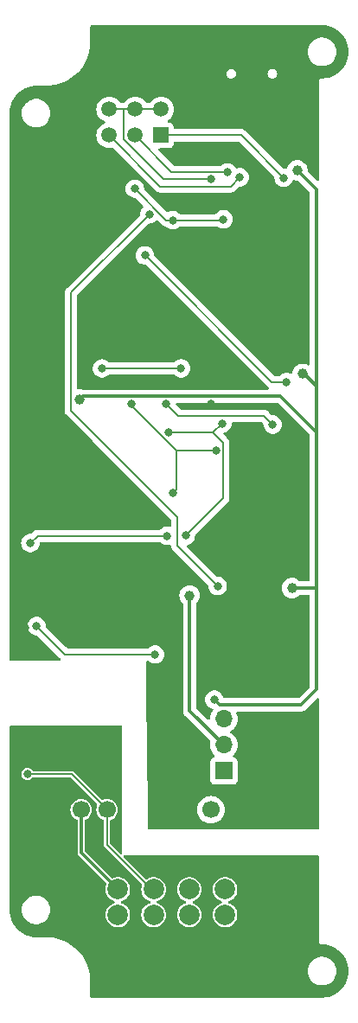
<source format=gbr>
%TF.GenerationSoftware,KiCad,Pcbnew,8.0.7-8.0.7-0~ubuntu24.04.1*%
%TF.CreationDate,2025-01-21T08:38:03+03:00*%
%TF.ProjectId,PM-ESPC3,504d2d45-5350-4433-932e-6b696361645f,rev?*%
%TF.SameCoordinates,Original*%
%TF.FileFunction,Copper,L2,Bot*%
%TF.FilePolarity,Positive*%
%FSLAX46Y46*%
G04 Gerber Fmt 4.6, Leading zero omitted, Abs format (unit mm)*
G04 Created by KiCad (PCBNEW 8.0.7-8.0.7-0~ubuntu24.04.1) date 2025-01-21 08:38:03*
%MOMM*%
%LPD*%
G01*
G04 APERTURE LIST*
%TA.AperFunction,ComponentPad*%
%ADD10R,1.500000X1.500000*%
%TD*%
%TA.AperFunction,ComponentPad*%
%ADD11C,1.500000*%
%TD*%
%TA.AperFunction,ComponentPad*%
%ADD12O,1.000000X1.700000*%
%TD*%
%TA.AperFunction,ComponentPad*%
%ADD13C,2.000000*%
%TD*%
%TA.AperFunction,ComponentPad*%
%ADD14C,1.700000*%
%TD*%
%TA.AperFunction,ComponentPad*%
%ADD15R,1.700000X1.700000*%
%TD*%
%TA.AperFunction,ComponentPad*%
%ADD16O,1.700000X1.700000*%
%TD*%
%TA.AperFunction,ViaPad*%
%ADD17C,0.800000*%
%TD*%
%TA.AperFunction,ViaPad*%
%ADD18C,1.000000*%
%TD*%
%TA.AperFunction,Conductor*%
%ADD19C,0.200000*%
%TD*%
%TA.AperFunction,Conductor*%
%ADD20C,0.300000*%
%TD*%
G04 APERTURE END LIST*
D10*
%TO.P,SW4,1*%
%TO.N,/SCK*%
X15240000Y36830000D03*
D11*
%TO.P,SW4,2*%
%TO.N,/MISO*%
X12700000Y36830000D03*
%TO.P,SW4,3*%
%TO.N,/MOSI*%
X10160000Y36830000D03*
%TO.P,SW4,4*%
%TO.N,Net-(RN1A-R1.2)*%
X15240000Y39370000D03*
%TO.P,SW4,5*%
X12700000Y39370000D03*
%TO.P,SW4,6*%
X10160000Y39370000D03*
%TD*%
D12*
%TO.P,J1,5,GND*%
%TO.N,GND*%
X26955029Y45202208D03*
X21305027Y45202208D03*
%TD*%
D13*
%TO.P,J6,1,Pin_1*%
%TO.N,+24V_ISO*%
X11000000Y-37000000D03*
%TO.P,J6,2,Pin_3*%
%TO.N,GND_ISO*%
X14500000Y-37000000D03*
%TO.P,J6,3,3*%
%TO.N,/A*%
X18000000Y-37000000D03*
%TO.P,J6,4,4*%
%TO.N,/B*%
X21500000Y-37000000D03*
%TO.P,J6,5,Pin_9*%
%TO.N,PE*%
X25000000Y-37000000D03*
%TO.P,J6,6,Pin_2*%
%TO.N,+24V_ISO*%
X11000000Y-39500000D03*
%TO.P,J6,7,Pin_4*%
%TO.N,GND_ISO*%
X14500000Y-39500000D03*
%TO.P,J6,8,Pin_6*%
%TO.N,/A*%
X18000000Y-39500000D03*
%TO.P,J6,9,Pin_8*%
%TO.N,/B*%
X21500000Y-39500000D03*
%TO.P,J6,10,Pin_10*%
%TO.N,PE*%
X25000000Y-39500000D03*
%TD*%
D14*
%TO.P,PS1,1,Vin*%
%TO.N,+24V_ISO*%
X7410000Y-29210000D03*
%TO.P,PS1,2,GND*%
%TO.N,GND_ISO*%
X9950000Y-29210000D03*
%TO.P,PS1,4,0V*%
%TO.N,GND*%
X15030000Y-29210000D03*
%TO.P,PS1,6,+V*%
%TO.N,+5V_BUS*%
X20110000Y-29210000D03*
%TD*%
D15*
%TO.P,J3,1,Pin_1*%
%TO.N,+5V_BUS*%
X21380000Y-25400000D03*
D16*
%TO.P,J3,2,Pin_2*%
%TO.N,+5V*%
X21380000Y-22860000D03*
%TO.P,J3,3,Pin_3*%
%TO.N,+5V_USB*%
X21380000Y-20320000D03*
%TD*%
D17*
%TO.N,/EN*%
X9445300Y14000000D03*
X17194500Y14000000D03*
%TO.N,GND*%
X24496900Y37358200D03*
X6210000Y1439000D03*
X13590000Y20937600D03*
X24496900Y-2605000D03*
X1905000Y-11357000D03*
X2540000Y-4812000D03*
X24496900Y22604900D03*
X24500300Y17074300D03*
X14690000Y16810300D03*
X15010000Y-24830000D03*
X2540000Y4812400D03*
X20088300Y10516500D03*
X9525000Y-11355000D03*
X22568000Y41242100D03*
X12490000Y16810200D03*
X24500300Y2927300D03*
X15996000Y-8434000D03*
X24511900Y-17152000D03*
X15735000Y-18228000D03*
%TO.N,/SCL*%
X16405900Y1813900D03*
X12312200Y10525500D03*
X20590300Y5983000D03*
%TO.N,/SDA*%
X15997400Y7709000D03*
X17655900Y-2369000D03*
X21251600Y8627900D03*
%TO.N,/USB_D+*%
X27514900Y12675000D03*
X13651700Y25073700D03*
%TO.N,/USB_D-*%
X14098400Y29115200D03*
X20779600Y-7300000D03*
D18*
%TO.N,+5V*%
X18037600Y-8226000D03*
%TO.N,+3.3V*%
X28067000Y-7500000D03*
X7252100Y10958500D03*
X29083000Y13462000D03*
D17*
X20447000Y-18415000D03*
%TO.N,/SCK*%
X27247400Y32675000D03*
%TO.N,/MOSI*%
X22937400Y32728800D03*
%TO.N,/MISO*%
X21744800Y33212500D03*
%TO.N,/CS1*%
X21336100Y28606200D03*
X12668400Y31599000D03*
X16386200Y28519400D03*
%TO.N,/UART_TX*%
X3041600Y-11224000D03*
X14647500Y-14000000D03*
%TO.N,/INT*%
X15752600Y10525100D03*
X26162000Y8509000D03*
%TO.N,GND_ISO*%
X2145000Y-25718000D03*
%TO.N,Net-(RN1A-R1.2)*%
X20117700Y32556300D03*
%TO.N,Net-(R5-Pad1)*%
X15831000Y-2385000D03*
X2439100Y-3098000D03*
D18*
%TO.N,+3.3V*%
X28575000Y33401000D03*
%TD*%
D19*
%TO.N,/SCK*%
X15240000Y36830000D02*
X23092400Y36830000D01*
X23092400Y36830000D02*
X27247400Y32675000D01*
D20*
%TO.N,+3.3V*%
X30450000Y-7620000D02*
X30450000Y12250000D01*
X30450000Y12250000D02*
X30450000Y31526000D01*
X29083000Y13462000D02*
X29238000Y13462000D01*
X29238000Y13462000D02*
X30450000Y12250000D01*
X30450000Y31526000D02*
X28575000Y33401000D01*
D19*
%TO.N,/EN*%
X17194500Y14000000D02*
X9445300Y14000000D01*
%TO.N,/SCL*%
X16731200Y5983000D02*
X16731200Y2139200D01*
X16731200Y5983000D02*
X20590300Y5983000D01*
X16731200Y2139200D02*
X16405900Y1813900D01*
X12312200Y10402000D02*
X16731200Y5983000D01*
X12312200Y10525500D02*
X12312200Y10402000D01*
%TO.N,/SDA*%
X21312000Y6729700D02*
X21312000Y1287300D01*
X21312000Y1287300D02*
X17655900Y-2369000D01*
X20332700Y7709000D02*
X21251600Y8627900D01*
X15997400Y7709000D02*
X20332700Y7709000D01*
X20332700Y7709000D02*
X21312000Y6729700D01*
%TO.N,/USB_D+*%
X13651700Y25073700D02*
X26050400Y12675000D01*
X26050400Y12675000D02*
X27514900Y12675000D01*
%TO.N,/USB_D-*%
X6403100Y21419900D02*
X14098400Y29115200D01*
X20779600Y-7300000D02*
X16802900Y-3323000D01*
X16802900Y-3323000D02*
X16802900Y-519000D01*
X16802900Y-519000D02*
X6403100Y9880500D01*
X6403100Y9880500D02*
X6403100Y21419900D01*
D20*
%TO.N,+5V*%
X21380000Y-22860000D02*
X18037600Y-19518000D01*
X18037600Y-19518000D02*
X18037600Y-8226000D01*
%TO.N,+3.3V*%
X26931300Y11280900D02*
X7574500Y11280900D01*
X30450000Y-7620000D02*
X30450000Y-17429000D01*
X28067000Y-7500000D02*
X28074000Y-7493000D01*
X20955000Y-18923000D02*
X20447000Y-18415000D01*
X28956000Y-18923000D02*
X20955000Y-18923000D01*
X28074000Y-7493000D02*
X30323000Y-7493000D01*
X30323000Y-7493000D02*
X30450000Y-7620000D01*
X7574500Y11280900D02*
X7252100Y10958500D01*
X30450000Y-17429000D02*
X28956000Y-18923000D01*
X30450000Y7762200D02*
X26931300Y11280900D01*
D19*
%TO.N,/MOSI*%
X22033300Y31824700D02*
X22937400Y32728800D01*
X10160000Y36830000D02*
X15165300Y31824700D01*
X15165300Y31824700D02*
X22033300Y31824700D01*
%TO.N,/MISO*%
X21697800Y33259500D02*
X16270500Y33259500D01*
X21744800Y33212500D02*
X21697800Y33259500D01*
X16270500Y33259500D02*
X12700000Y36830000D01*
%TO.N,/CS1*%
X12668400Y31599000D02*
X15748000Y28519400D01*
X21336100Y28606200D02*
X21249300Y28519400D01*
X15748000Y28519400D02*
X16386200Y28519400D01*
X21249300Y28519400D02*
X16386200Y28519400D01*
%TO.N,/UART_TX*%
X3041600Y-11224000D02*
X5817200Y-14000000D01*
X5817200Y-14000000D02*
X14647500Y-14000000D01*
%TO.N,/INT*%
X16915700Y9362000D02*
X15752600Y10525100D01*
X26162000Y8509000D02*
X25309000Y9362000D01*
X25309000Y9362000D02*
X16915700Y9362000D01*
%TO.N,GND_ISO*%
X6457900Y-25718000D02*
X9950000Y-29210000D01*
X14500000Y-37000000D02*
X14280900Y-37000000D01*
X2145000Y-25718000D02*
X6457900Y-25718000D01*
X9950000Y-32669000D02*
X9950000Y-29210000D01*
X14280900Y-37000000D02*
X9950000Y-32669000D01*
D20*
%TO.N,+24V_ISO*%
X7410000Y-29210000D02*
X7410000Y-33410000D01*
X7410000Y-33410000D02*
X11000000Y-37000000D01*
D19*
%TO.N,Net-(RN1A-R1.2)*%
X11588700Y39370000D02*
X12700000Y39370000D01*
X11588700Y36407700D02*
X15440100Y32556300D01*
X15440100Y32556300D02*
X20117700Y32556300D01*
X12700000Y39370000D02*
X15240000Y39370000D01*
X10160000Y39370000D02*
X11588700Y39370000D01*
X11588700Y39370000D02*
X11588700Y36407700D01*
%TO.N,Net-(R5-Pad1)*%
X2439100Y-3098000D02*
X3152400Y-2385000D01*
X3152400Y-2385000D02*
X15831000Y-2385000D01*
%TD*%
%TA.AperFunction,Conductor*%
%TO.N,PE*%
G36*
X11373039Y-20974685D02*
G01*
X11418794Y-21027489D01*
X11430000Y-21079000D01*
X11430000Y-33424690D01*
X11410315Y-33491729D01*
X11357511Y-33537484D01*
X11288353Y-33547428D01*
X11224797Y-33518403D01*
X11218318Y-33512370D01*
X10286818Y-32580848D01*
X10253333Y-32519525D01*
X10250500Y-32493168D01*
X10250500Y-30308578D01*
X10270185Y-30241539D01*
X10322989Y-30195784D01*
X10338488Y-30189923D01*
X10353954Y-30185232D01*
X10536450Y-30087685D01*
X10696410Y-29956410D01*
X10827685Y-29796450D01*
X10925232Y-29613954D01*
X10985300Y-29415934D01*
X11005583Y-29210000D01*
X10985300Y-29004066D01*
X10925232Y-28806046D01*
X10827685Y-28623550D01*
X10775702Y-28560209D01*
X10696410Y-28463589D01*
X10536452Y-28332317D01*
X10536453Y-28332317D01*
X10536450Y-28332315D01*
X10353954Y-28234768D01*
X10155934Y-28174700D01*
X10155932Y-28174699D01*
X10155934Y-28174699D01*
X9950000Y-28154417D01*
X9744067Y-28174699D01*
X9546042Y-28234769D01*
X9531789Y-28242388D01*
X9463385Y-28256628D01*
X9398142Y-28231625D01*
X9385659Y-28220710D01*
X7467938Y-26303044D01*
X6642408Y-25477537D01*
X6642406Y-25477535D01*
X6615525Y-25462017D01*
X6602084Y-25454257D01*
X6573888Y-25437978D01*
X6565319Y-25435682D01*
X6544751Y-25430171D01*
X6544750Y-25430170D01*
X6510132Y-25420894D01*
X6497462Y-25417500D01*
X6497461Y-25417500D01*
X2732482Y-25417500D01*
X2665443Y-25397815D01*
X2634106Y-25368986D01*
X2573283Y-25289719D01*
X2573282Y-25289718D01*
X2447841Y-25193464D01*
X2301762Y-25132956D01*
X2301760Y-25132955D01*
X2145001Y-25112318D01*
X2144999Y-25112318D01*
X1988239Y-25132955D01*
X1988237Y-25132956D01*
X1842160Y-25193463D01*
X1716718Y-25289718D01*
X1620463Y-25415160D01*
X1559956Y-25561237D01*
X1559955Y-25561239D01*
X1539318Y-25717998D01*
X1539318Y-25718001D01*
X1559955Y-25874760D01*
X1559956Y-25874762D01*
X1620464Y-26020841D01*
X1716718Y-26146282D01*
X1842159Y-26242536D01*
X1988238Y-26303044D01*
X2066619Y-26313363D01*
X2144999Y-26323682D01*
X2145000Y-26323682D01*
X2145001Y-26323682D01*
X2197254Y-26316802D01*
X2301762Y-26303044D01*
X2447841Y-26242536D01*
X2573282Y-26146282D01*
X2634106Y-26067013D01*
X2690534Y-26025811D01*
X2732482Y-26018500D01*
X6282070Y-26018500D01*
X6349109Y-26038185D01*
X6369750Y-26054818D01*
X8960692Y-28645686D01*
X8994178Y-28707008D01*
X8989194Y-28776700D01*
X8982373Y-28791815D01*
X8974770Y-28806039D01*
X8914699Y-29004067D01*
X8894417Y-29210000D01*
X8914699Y-29415932D01*
X8914700Y-29415934D01*
X8974768Y-29613954D01*
X9072315Y-29796450D01*
X9072317Y-29796452D01*
X9203589Y-29956410D01*
X9300209Y-30035702D01*
X9363550Y-30087685D01*
X9546046Y-30185232D01*
X9561496Y-30189918D01*
X9619932Y-30228212D01*
X9648390Y-30292024D01*
X9649500Y-30308578D01*
X9649500Y-32708565D01*
X9660473Y-32749516D01*
X9669975Y-32784980D01*
X9669976Y-32784983D01*
X9670018Y-32785110D01*
X9670911Y-32786604D01*
X9709537Y-32853507D01*
X9709539Y-32853510D01*
X9709540Y-32853511D01*
X9752546Y-32896517D01*
X13334134Y-36478189D01*
X13367619Y-36539511D01*
X13365718Y-36599802D01*
X13314885Y-36778461D01*
X13314884Y-36778464D01*
X13294357Y-36999999D01*
X13294357Y-37000000D01*
X13314884Y-37221535D01*
X13314885Y-37221537D01*
X13375769Y-37435523D01*
X13375775Y-37435538D01*
X13474938Y-37634683D01*
X13474943Y-37634691D01*
X13609020Y-37812238D01*
X13773437Y-37962123D01*
X13773439Y-37962125D01*
X13962595Y-38079245D01*
X13962596Y-38079245D01*
X13962599Y-38079247D01*
X14104898Y-38134374D01*
X14160298Y-38176946D01*
X14183889Y-38242713D01*
X14168178Y-38310793D01*
X14118154Y-38359572D01*
X14104906Y-38365622D01*
X13998693Y-38406769D01*
X13962601Y-38420752D01*
X13962595Y-38420754D01*
X13773439Y-38537874D01*
X13773437Y-38537876D01*
X13609020Y-38687761D01*
X13474943Y-38865308D01*
X13474938Y-38865316D01*
X13375775Y-39064461D01*
X13375769Y-39064476D01*
X13314885Y-39278462D01*
X13314884Y-39278464D01*
X13294357Y-39499999D01*
X13294357Y-39500000D01*
X13314884Y-39721535D01*
X13314885Y-39721537D01*
X13375769Y-39935523D01*
X13375775Y-39935538D01*
X13474938Y-40134683D01*
X13474943Y-40134691D01*
X13609020Y-40312238D01*
X13773437Y-40462123D01*
X13773439Y-40462125D01*
X13962595Y-40579245D01*
X13962596Y-40579245D01*
X13962599Y-40579247D01*
X14170060Y-40659618D01*
X14388757Y-40700500D01*
X14388759Y-40700500D01*
X14611241Y-40700500D01*
X14611243Y-40700500D01*
X14829940Y-40659618D01*
X15037401Y-40579247D01*
X15226562Y-40462124D01*
X15390981Y-40312236D01*
X15525058Y-40134689D01*
X15624229Y-39935528D01*
X15685115Y-39721536D01*
X15705643Y-39500000D01*
X15691455Y-39346890D01*
X15685115Y-39278464D01*
X15685114Y-39278462D01*
X15671694Y-39231297D01*
X15624229Y-39064472D01*
X15624224Y-39064461D01*
X15525061Y-38865316D01*
X15525056Y-38865308D01*
X15390979Y-38687761D01*
X15226562Y-38537876D01*
X15226560Y-38537874D01*
X15037404Y-38420754D01*
X15037395Y-38420750D01*
X14965560Y-38392921D01*
X14895101Y-38365625D01*
X14839701Y-38323054D01*
X14816110Y-38257288D01*
X14831821Y-38189207D01*
X14881844Y-38140428D01*
X14895093Y-38134377D01*
X15037401Y-38079247D01*
X15226562Y-37962124D01*
X15390981Y-37812236D01*
X15525058Y-37634689D01*
X15624229Y-37435528D01*
X15685115Y-37221536D01*
X15705643Y-37000000D01*
X15705643Y-36999999D01*
X16794357Y-36999999D01*
X16794357Y-37000000D01*
X16814884Y-37221535D01*
X16814885Y-37221537D01*
X16875769Y-37435523D01*
X16875775Y-37435538D01*
X16974938Y-37634683D01*
X16974943Y-37634691D01*
X17109020Y-37812238D01*
X17273437Y-37962123D01*
X17273439Y-37962125D01*
X17462595Y-38079245D01*
X17462596Y-38079245D01*
X17462599Y-38079247D01*
X17604898Y-38134374D01*
X17660298Y-38176946D01*
X17683889Y-38242713D01*
X17668178Y-38310793D01*
X17618154Y-38359572D01*
X17604906Y-38365622D01*
X17498693Y-38406769D01*
X17462601Y-38420752D01*
X17462595Y-38420754D01*
X17273439Y-38537874D01*
X17273437Y-38537876D01*
X17109020Y-38687761D01*
X16974943Y-38865308D01*
X16974938Y-38865316D01*
X16875775Y-39064461D01*
X16875769Y-39064476D01*
X16814885Y-39278462D01*
X16814884Y-39278464D01*
X16794357Y-39499999D01*
X16794357Y-39500000D01*
X16814884Y-39721535D01*
X16814885Y-39721537D01*
X16875769Y-39935523D01*
X16875775Y-39935538D01*
X16974938Y-40134683D01*
X16974943Y-40134691D01*
X17109020Y-40312238D01*
X17273437Y-40462123D01*
X17273439Y-40462125D01*
X17462595Y-40579245D01*
X17462596Y-40579245D01*
X17462599Y-40579247D01*
X17670060Y-40659618D01*
X17888757Y-40700500D01*
X17888759Y-40700500D01*
X18111241Y-40700500D01*
X18111243Y-40700500D01*
X18329940Y-40659618D01*
X18537401Y-40579247D01*
X18726562Y-40462124D01*
X18890981Y-40312236D01*
X19025058Y-40134689D01*
X19124229Y-39935528D01*
X19185115Y-39721536D01*
X19205643Y-39500000D01*
X19191455Y-39346890D01*
X19185115Y-39278464D01*
X19185114Y-39278462D01*
X19171694Y-39231297D01*
X19124229Y-39064472D01*
X19124224Y-39064461D01*
X19025061Y-38865316D01*
X19025056Y-38865308D01*
X18890979Y-38687761D01*
X18726562Y-38537876D01*
X18726560Y-38537874D01*
X18537404Y-38420754D01*
X18537395Y-38420750D01*
X18465560Y-38392921D01*
X18395101Y-38365625D01*
X18339701Y-38323054D01*
X18316110Y-38257288D01*
X18331821Y-38189207D01*
X18381844Y-38140428D01*
X18395093Y-38134377D01*
X18537401Y-38079247D01*
X18726562Y-37962124D01*
X18890981Y-37812236D01*
X19025058Y-37634689D01*
X19124229Y-37435528D01*
X19185115Y-37221536D01*
X19205643Y-37000000D01*
X19205643Y-36999999D01*
X20294357Y-36999999D01*
X20294357Y-37000000D01*
X20314884Y-37221535D01*
X20314885Y-37221537D01*
X20375769Y-37435523D01*
X20375775Y-37435538D01*
X20474938Y-37634683D01*
X20474943Y-37634691D01*
X20609020Y-37812238D01*
X20773437Y-37962123D01*
X20773439Y-37962125D01*
X20962595Y-38079245D01*
X20962596Y-38079245D01*
X20962599Y-38079247D01*
X21104898Y-38134374D01*
X21160298Y-38176946D01*
X21183889Y-38242713D01*
X21168178Y-38310793D01*
X21118154Y-38359572D01*
X21104906Y-38365622D01*
X20998693Y-38406769D01*
X20962601Y-38420752D01*
X20962595Y-38420754D01*
X20773439Y-38537874D01*
X20773437Y-38537876D01*
X20609020Y-38687761D01*
X20474943Y-38865308D01*
X20474938Y-38865316D01*
X20375775Y-39064461D01*
X20375769Y-39064476D01*
X20314885Y-39278462D01*
X20314884Y-39278464D01*
X20294357Y-39499999D01*
X20294357Y-39500000D01*
X20314884Y-39721535D01*
X20314885Y-39721537D01*
X20375769Y-39935523D01*
X20375775Y-39935538D01*
X20474938Y-40134683D01*
X20474943Y-40134691D01*
X20609020Y-40312238D01*
X20773437Y-40462123D01*
X20773439Y-40462125D01*
X20962595Y-40579245D01*
X20962596Y-40579245D01*
X20962599Y-40579247D01*
X21170060Y-40659618D01*
X21388757Y-40700500D01*
X21388759Y-40700500D01*
X21611241Y-40700500D01*
X21611243Y-40700500D01*
X21829940Y-40659618D01*
X22037401Y-40579247D01*
X22226562Y-40462124D01*
X22390981Y-40312236D01*
X22525058Y-40134689D01*
X22624229Y-39935528D01*
X22685115Y-39721536D01*
X22705643Y-39500000D01*
X22691455Y-39346890D01*
X22685115Y-39278464D01*
X22685114Y-39278462D01*
X22671694Y-39231297D01*
X22624229Y-39064472D01*
X22624224Y-39064461D01*
X22525061Y-38865316D01*
X22525056Y-38865308D01*
X22390979Y-38687761D01*
X22226562Y-38537876D01*
X22226560Y-38537874D01*
X22037404Y-38420754D01*
X22037395Y-38420750D01*
X21965560Y-38392921D01*
X21895101Y-38365625D01*
X21839701Y-38323054D01*
X21816110Y-38257288D01*
X21831821Y-38189207D01*
X21881844Y-38140428D01*
X21895093Y-38134377D01*
X22037401Y-38079247D01*
X22226562Y-37962124D01*
X22390981Y-37812236D01*
X22525058Y-37634689D01*
X22624229Y-37435528D01*
X22685115Y-37221536D01*
X22705643Y-37000000D01*
X22685115Y-36778464D01*
X22624229Y-36564472D01*
X22624224Y-36564461D01*
X22525061Y-36365316D01*
X22525056Y-36365308D01*
X22390979Y-36187761D01*
X22226562Y-36037876D01*
X22226560Y-36037874D01*
X22037404Y-35920754D01*
X22037398Y-35920752D01*
X21829940Y-35840382D01*
X21611243Y-35799500D01*
X21388757Y-35799500D01*
X21170060Y-35840382D01*
X21076806Y-35876509D01*
X20962601Y-35920752D01*
X20962595Y-35920754D01*
X20773439Y-36037874D01*
X20773437Y-36037876D01*
X20609020Y-36187761D01*
X20474943Y-36365308D01*
X20474938Y-36365316D01*
X20375775Y-36564461D01*
X20375769Y-36564476D01*
X20314885Y-36778462D01*
X20314884Y-36778464D01*
X20294357Y-36999999D01*
X19205643Y-36999999D01*
X19185115Y-36778464D01*
X19124229Y-36564472D01*
X19124224Y-36564461D01*
X19025061Y-36365316D01*
X19025056Y-36365308D01*
X18890979Y-36187761D01*
X18726562Y-36037876D01*
X18726560Y-36037874D01*
X18537404Y-35920754D01*
X18537398Y-35920752D01*
X18329940Y-35840382D01*
X18111243Y-35799500D01*
X17888757Y-35799500D01*
X17670060Y-35840382D01*
X17576806Y-35876509D01*
X17462601Y-35920752D01*
X17462595Y-35920754D01*
X17273439Y-36037874D01*
X17273437Y-36037876D01*
X17109020Y-36187761D01*
X16974943Y-36365308D01*
X16974938Y-36365316D01*
X16875775Y-36564461D01*
X16875769Y-36564476D01*
X16814885Y-36778462D01*
X16814884Y-36778464D01*
X16794357Y-36999999D01*
X15705643Y-36999999D01*
X15685115Y-36778464D01*
X15624229Y-36564472D01*
X15624224Y-36564461D01*
X15525061Y-36365316D01*
X15525056Y-36365308D01*
X15390979Y-36187761D01*
X15226562Y-36037876D01*
X15226560Y-36037874D01*
X15037404Y-35920754D01*
X15037398Y-35920752D01*
X14829940Y-35840382D01*
X14611243Y-35799500D01*
X14388757Y-35799500D01*
X14170060Y-35840382D01*
X14104463Y-35865794D01*
X13962602Y-35920751D01*
X13838618Y-35997518D01*
X13771257Y-36016072D01*
X13704558Y-35995264D01*
X13685659Y-35979770D01*
X11572619Y-33866680D01*
X11539134Y-33805357D01*
X11544120Y-33735665D01*
X11585992Y-33679732D01*
X11651456Y-33655316D01*
X11660301Y-33655000D01*
X30575500Y-33655000D01*
X30642539Y-33674685D01*
X30688294Y-33727489D01*
X30699500Y-33779000D01*
X30699500Y-42147598D01*
X30710773Y-42182290D01*
X30712613Y-42188501D01*
X30718368Y-42209978D01*
X30719980Y-42215993D01*
X30723089Y-42223499D01*
X30722799Y-42223618D01*
X30727988Y-42235275D01*
X30728912Y-42238119D01*
X30728914Y-42238123D01*
X30728915Y-42238125D01*
X30743814Y-42258632D01*
X30750882Y-42269515D01*
X30759537Y-42284507D01*
X30759541Y-42284512D01*
X30763889Y-42288860D01*
X30776521Y-42303648D01*
X30784866Y-42315134D01*
X30784867Y-42315134D01*
X30784868Y-42315136D01*
X30796344Y-42323474D01*
X30811138Y-42336110D01*
X30815486Y-42340458D01*
X30815488Y-42340459D01*
X30815489Y-42340460D01*
X30826973Y-42347090D01*
X30830477Y-42349113D01*
X30841365Y-42356184D01*
X30861871Y-42371083D01*
X30861877Y-42371086D01*
X30864712Y-42372007D01*
X30876389Y-42377205D01*
X30876510Y-42376914D01*
X30884007Y-42380019D01*
X30884011Y-42380021D01*
X30911504Y-42387387D01*
X30917704Y-42389225D01*
X30952400Y-42400499D01*
X30952403Y-42400499D01*
X30952405Y-42400500D01*
X30996249Y-42400500D01*
X31003736Y-42400726D01*
X31305850Y-42419000D01*
X31320713Y-42420805D01*
X31614729Y-42474686D01*
X31629266Y-42478269D01*
X31914632Y-42567193D01*
X31928624Y-42572498D01*
X32201215Y-42695181D01*
X32214461Y-42702134D01*
X32470271Y-42856776D01*
X32482582Y-42865274D01*
X32598179Y-42955838D01*
X32717885Y-43049622D01*
X32729093Y-43059552D01*
X32940447Y-43270906D01*
X32950377Y-43282114D01*
X33134721Y-43517411D01*
X33143227Y-43529734D01*
X33297862Y-43785532D01*
X33304821Y-43798791D01*
X33427499Y-44071371D01*
X33432808Y-44085372D01*
X33521729Y-44370732D01*
X33525313Y-44385270D01*
X33579194Y-44679286D01*
X33580999Y-44694151D01*
X33599047Y-44992513D01*
X33599047Y-45007487D01*
X33580999Y-45305848D01*
X33579194Y-45320713D01*
X33525313Y-45614729D01*
X33521729Y-45629267D01*
X33432808Y-45914627D01*
X33427499Y-45928628D01*
X33304821Y-46201208D01*
X33297862Y-46214467D01*
X33143227Y-46470265D01*
X33134721Y-46482588D01*
X32950377Y-46717885D01*
X32940447Y-46729093D01*
X32729093Y-46940447D01*
X32717885Y-46950377D01*
X32482588Y-47134721D01*
X32470265Y-47143227D01*
X32214467Y-47297862D01*
X32201208Y-47304821D01*
X31928628Y-47427499D01*
X31914627Y-47432808D01*
X31629267Y-47521729D01*
X31614729Y-47525313D01*
X31320713Y-47579194D01*
X31305848Y-47580999D01*
X31003736Y-47599274D01*
X30996249Y-47599500D01*
X8424500Y-47599500D01*
X8357461Y-47579815D01*
X8311706Y-47527011D01*
X8300500Y-47475500D01*
X8300500Y-45801178D01*
X8263811Y-45405232D01*
X8263811Y-45405231D01*
X8252905Y-45346890D01*
X8190742Y-45014346D01*
X8186658Y-44999993D01*
X29594700Y-44999993D01*
X29594700Y-45000006D01*
X29613864Y-45231297D01*
X29613866Y-45231308D01*
X29670842Y-45456300D01*
X29764075Y-45668848D01*
X29891016Y-45863147D01*
X29891019Y-45863151D01*
X29891021Y-45863153D01*
X30048216Y-46033913D01*
X30048219Y-46033915D01*
X30048222Y-46033918D01*
X30231365Y-46176464D01*
X30231371Y-46176468D01*
X30231374Y-46176470D01*
X30435497Y-46286936D01*
X30549487Y-46326068D01*
X30655015Y-46362297D01*
X30655017Y-46362297D01*
X30655019Y-46362298D01*
X30883951Y-46400500D01*
X30883952Y-46400500D01*
X31116048Y-46400500D01*
X31116049Y-46400500D01*
X31344981Y-46362298D01*
X31564503Y-46286936D01*
X31768626Y-46176470D01*
X31951784Y-46033913D01*
X32108979Y-45863153D01*
X32235924Y-45668849D01*
X32329157Y-45456300D01*
X32386134Y-45231305D01*
X32390559Y-45177905D01*
X32405300Y-45000006D01*
X32405300Y-44999993D01*
X32386135Y-44768702D01*
X32386133Y-44768691D01*
X32329157Y-44543699D01*
X32235924Y-44331151D01*
X32108983Y-44136852D01*
X32108980Y-44136849D01*
X32108979Y-44136847D01*
X31951784Y-43966087D01*
X31951779Y-43966083D01*
X31951777Y-43966081D01*
X31768634Y-43823535D01*
X31768628Y-43823531D01*
X31564504Y-43713064D01*
X31564495Y-43713061D01*
X31344984Y-43637702D01*
X31173282Y-43609050D01*
X31116049Y-43599500D01*
X30883951Y-43599500D01*
X30838164Y-43607140D01*
X30655015Y-43637702D01*
X30435504Y-43713061D01*
X30435495Y-43713064D01*
X30231371Y-43823531D01*
X30231365Y-43823535D01*
X30048222Y-43966081D01*
X30048219Y-43966084D01*
X29891016Y-44136852D01*
X29764075Y-44331151D01*
X29670842Y-44543699D01*
X29613866Y-44768691D01*
X29613864Y-44768702D01*
X29594700Y-44999993D01*
X8186658Y-44999993D01*
X8081921Y-44631878D01*
X7938274Y-44261082D01*
X7761027Y-43905122D01*
X7551692Y-43567035D01*
X7312055Y-43249704D01*
X7312052Y-43249700D01*
X7044161Y-42955838D01*
X6750299Y-42687947D01*
X6750290Y-42687940D01*
X6467895Y-42474686D01*
X6432965Y-42448308D01*
X6094878Y-42238973D01*
X5738918Y-42061726D01*
X5368122Y-41918079D01*
X5368120Y-41918078D01*
X5368119Y-41918078D01*
X4985661Y-41809260D01*
X4985661Y-41809259D01*
X4594767Y-41736188D01*
X4275044Y-41706562D01*
X4198824Y-41699500D01*
X4198821Y-41699500D01*
X3103481Y-41699500D01*
X3096528Y-41699305D01*
X2804703Y-41682916D01*
X2790885Y-41681359D01*
X2506172Y-41632984D01*
X2492615Y-41629890D01*
X2215100Y-41549939D01*
X2201975Y-41545346D01*
X1935165Y-41434830D01*
X1922637Y-41428797D01*
X1669874Y-41289100D01*
X1658100Y-41281702D01*
X1422569Y-41114584D01*
X1411697Y-41105914D01*
X1196357Y-40913475D01*
X1186524Y-40903642D01*
X994085Y-40688302D01*
X985415Y-40677430D01*
X818297Y-40441899D01*
X810899Y-40430125D01*
X745744Y-40312236D01*
X671198Y-40177355D01*
X665172Y-40164841D01*
X554653Y-39898024D01*
X550060Y-39884899D01*
X470109Y-39607384D01*
X467015Y-39593827D01*
X443648Y-39456300D01*
X418638Y-39309103D01*
X417084Y-39295306D01*
X400695Y-39003472D01*
X400597Y-38999993D01*
X1594700Y-38999993D01*
X1594700Y-39000006D01*
X1613864Y-39231297D01*
X1613866Y-39231308D01*
X1670842Y-39456300D01*
X1764075Y-39668848D01*
X1891016Y-39863147D01*
X1891019Y-39863151D01*
X1891021Y-39863153D01*
X2048216Y-40033913D01*
X2048219Y-40033915D01*
X2048222Y-40033918D01*
X2231365Y-40176464D01*
X2231371Y-40176468D01*
X2231374Y-40176470D01*
X2435497Y-40286936D01*
X2549487Y-40326068D01*
X2655015Y-40362297D01*
X2655017Y-40362297D01*
X2655019Y-40362298D01*
X2883951Y-40400500D01*
X2883952Y-40400500D01*
X3116048Y-40400500D01*
X3116049Y-40400500D01*
X3344981Y-40362298D01*
X3564503Y-40286936D01*
X3768626Y-40176470D01*
X3775309Y-40171269D01*
X3830129Y-40128600D01*
X3951784Y-40033913D01*
X4108979Y-39863153D01*
X4235924Y-39668849D01*
X4329157Y-39456300D01*
X4386134Y-39231305D01*
X4390559Y-39177905D01*
X4405300Y-39000006D01*
X4405300Y-38999993D01*
X4386135Y-38768702D01*
X4386133Y-38768691D01*
X4329157Y-38543699D01*
X4235924Y-38331151D01*
X4108983Y-38136852D01*
X4108980Y-38136849D01*
X4108979Y-38136847D01*
X3951784Y-37966087D01*
X3951779Y-37966083D01*
X3951777Y-37966081D01*
X3768634Y-37823535D01*
X3768628Y-37823531D01*
X3564504Y-37713064D01*
X3564495Y-37713061D01*
X3344984Y-37637702D01*
X3173282Y-37609050D01*
X3116049Y-37599500D01*
X2883951Y-37599500D01*
X2838164Y-37607140D01*
X2655015Y-37637702D01*
X2435504Y-37713061D01*
X2435495Y-37713064D01*
X2231371Y-37823531D01*
X2231365Y-37823535D01*
X2048222Y-37966081D01*
X2048219Y-37966084D01*
X1891016Y-38136852D01*
X1764075Y-38331151D01*
X1670842Y-38543699D01*
X1613866Y-38768691D01*
X1613864Y-38768702D01*
X1594700Y-38999993D01*
X400597Y-38999993D01*
X400500Y-38996519D01*
X400500Y-29210000D01*
X6354417Y-29210000D01*
X6374699Y-29415932D01*
X6374700Y-29415934D01*
X6434768Y-29613954D01*
X6532315Y-29796450D01*
X6532317Y-29796452D01*
X6663589Y-29956410D01*
X6760209Y-30035702D01*
X6823550Y-30087685D01*
X6993955Y-30178769D01*
X7043798Y-30227731D01*
X7059500Y-30288126D01*
X7059500Y-33456143D01*
X7083386Y-33545287D01*
X7083387Y-33545290D01*
X7129527Y-33625208D01*
X7129531Y-33625213D01*
X9876846Y-36372528D01*
X9910331Y-36433851D01*
X9905347Y-36503543D01*
X9900165Y-36515480D01*
X9875777Y-36564456D01*
X9875769Y-36564476D01*
X9814885Y-36778462D01*
X9814884Y-36778464D01*
X9794357Y-36999999D01*
X9794357Y-37000000D01*
X9814884Y-37221535D01*
X9814885Y-37221537D01*
X9875769Y-37435523D01*
X9875775Y-37435538D01*
X9974938Y-37634683D01*
X9974943Y-37634691D01*
X10109020Y-37812238D01*
X10273437Y-37962123D01*
X10273439Y-37962125D01*
X10462595Y-38079245D01*
X10462596Y-38079245D01*
X10462599Y-38079247D01*
X10604898Y-38134374D01*
X10660298Y-38176946D01*
X10683889Y-38242713D01*
X10668178Y-38310793D01*
X10618154Y-38359572D01*
X10604906Y-38365622D01*
X10498693Y-38406769D01*
X10462601Y-38420752D01*
X10462595Y-38420754D01*
X10273439Y-38537874D01*
X10273437Y-38537876D01*
X10109020Y-38687761D01*
X9974943Y-38865308D01*
X9974938Y-38865316D01*
X9875775Y-39064461D01*
X9875769Y-39064476D01*
X9814885Y-39278462D01*
X9814884Y-39278464D01*
X9794357Y-39499999D01*
X9794357Y-39500000D01*
X9814884Y-39721535D01*
X9814885Y-39721537D01*
X9875769Y-39935523D01*
X9875775Y-39935538D01*
X9974938Y-40134683D01*
X9974943Y-40134691D01*
X10109020Y-40312238D01*
X10273437Y-40462123D01*
X10273439Y-40462125D01*
X10462595Y-40579245D01*
X10462596Y-40579245D01*
X10462599Y-40579247D01*
X10670060Y-40659618D01*
X10888757Y-40700500D01*
X10888759Y-40700500D01*
X11111241Y-40700500D01*
X11111243Y-40700500D01*
X11329940Y-40659618D01*
X11537401Y-40579247D01*
X11726562Y-40462124D01*
X11890981Y-40312236D01*
X12025058Y-40134689D01*
X12124229Y-39935528D01*
X12185115Y-39721536D01*
X12205643Y-39500000D01*
X12191455Y-39346890D01*
X12185115Y-39278464D01*
X12185114Y-39278462D01*
X12171694Y-39231297D01*
X12124229Y-39064472D01*
X12124224Y-39064461D01*
X12025061Y-38865316D01*
X12025056Y-38865308D01*
X11890979Y-38687761D01*
X11726562Y-38537876D01*
X11726560Y-38537874D01*
X11537404Y-38420754D01*
X11537395Y-38420750D01*
X11465560Y-38392921D01*
X11395101Y-38365625D01*
X11339701Y-38323054D01*
X11316110Y-38257288D01*
X11331821Y-38189207D01*
X11381844Y-38140428D01*
X11395093Y-38134377D01*
X11537401Y-38079247D01*
X11726562Y-37962124D01*
X11890981Y-37812236D01*
X12025058Y-37634689D01*
X12124229Y-37435528D01*
X12185115Y-37221536D01*
X12205643Y-37000000D01*
X12185115Y-36778464D01*
X12124229Y-36564472D01*
X12124224Y-36564461D01*
X12025061Y-36365316D01*
X12025056Y-36365308D01*
X11890979Y-36187761D01*
X11726562Y-36037876D01*
X11726560Y-36037874D01*
X11537404Y-35920754D01*
X11537398Y-35920752D01*
X11329940Y-35840382D01*
X11111243Y-35799500D01*
X10888757Y-35799500D01*
X10670060Y-35840382D01*
X10670057Y-35840382D01*
X10670057Y-35840383D01*
X10504665Y-35904455D01*
X10435041Y-35910316D01*
X10373302Y-35877606D01*
X10372191Y-35876509D01*
X7796819Y-33301137D01*
X7763334Y-33239814D01*
X7760500Y-33213456D01*
X7760500Y-30288126D01*
X7780185Y-30221087D01*
X7826044Y-30178769D01*
X7996450Y-30087685D01*
X8156410Y-29956410D01*
X8287685Y-29796450D01*
X8385232Y-29613954D01*
X8445300Y-29415934D01*
X8465583Y-29210000D01*
X8445300Y-29004066D01*
X8385232Y-28806046D01*
X8287685Y-28623550D01*
X8235702Y-28560209D01*
X8156410Y-28463589D01*
X7996452Y-28332317D01*
X7996453Y-28332317D01*
X7996450Y-28332315D01*
X7813954Y-28234768D01*
X7615934Y-28174700D01*
X7615932Y-28174699D01*
X7615934Y-28174699D01*
X7410000Y-28154417D01*
X7204067Y-28174699D01*
X7006043Y-28234769D01*
X6895898Y-28293643D01*
X6823550Y-28332315D01*
X6823548Y-28332316D01*
X6823547Y-28332317D01*
X6663589Y-28463589D01*
X6532317Y-28623547D01*
X6434769Y-28806043D01*
X6374699Y-29004067D01*
X6354417Y-29210000D01*
X400500Y-29210000D01*
X400500Y-21079000D01*
X420185Y-21011961D01*
X472989Y-20966206D01*
X524500Y-20955000D01*
X11306000Y-20955000D01*
X11373039Y-20974685D01*
G37*
%TD.AperFunction*%
%TD*%
%TA.AperFunction,Conductor*%
%TO.N,GND*%
G36*
X31003736Y47599274D02*
G01*
X31305850Y47581000D01*
X31320713Y47579195D01*
X31614729Y47525314D01*
X31629266Y47521731D01*
X31914632Y47432807D01*
X31928624Y47427502D01*
X32201215Y47304819D01*
X32214461Y47297866D01*
X32470271Y47143224D01*
X32482582Y47134726D01*
X32717885Y46950378D01*
X32729093Y46940448D01*
X32940447Y46729094D01*
X32950377Y46717886D01*
X33134721Y46482589D01*
X33143227Y46470266D01*
X33297862Y46214468D01*
X33304821Y46201209D01*
X33427499Y45928629D01*
X33432808Y45914628D01*
X33521729Y45629268D01*
X33525313Y45614730D01*
X33579194Y45320714D01*
X33580999Y45305849D01*
X33599047Y45007487D01*
X33599047Y44992513D01*
X33580999Y44694152D01*
X33579194Y44679287D01*
X33525313Y44385271D01*
X33521729Y44370733D01*
X33432808Y44085373D01*
X33427499Y44071372D01*
X33304821Y43798792D01*
X33297862Y43785533D01*
X33143227Y43529735D01*
X33134721Y43517412D01*
X32950377Y43282115D01*
X32940447Y43270907D01*
X32729093Y43059553D01*
X32717885Y43049623D01*
X32482588Y42865279D01*
X32470265Y42856773D01*
X32214467Y42702138D01*
X32201208Y42695179D01*
X31928628Y42572501D01*
X31914627Y42567192D01*
X31629267Y42478271D01*
X31614729Y42474687D01*
X31320713Y42420806D01*
X31305848Y42419001D01*
X31003736Y42400726D01*
X30996249Y42400500D01*
X30952405Y42400500D01*
X30952403Y42400500D01*
X30952399Y42400499D01*
X30917699Y42389225D01*
X30911482Y42387383D01*
X30884007Y42380021D01*
X30876510Y42376915D01*
X30876390Y42377204D01*
X30864727Y42372013D01*
X30861880Y42371088D01*
X30861873Y42371085D01*
X30841364Y42356184D01*
X30830486Y42349120D01*
X30815491Y42340462D01*
X30811133Y42336104D01*
X30796349Y42323478D01*
X30789243Y42318314D01*
X30784866Y42315134D01*
X30776525Y42303654D01*
X30763896Y42288867D01*
X30759538Y42284509D01*
X30750880Y42269514D01*
X30743816Y42258636D01*
X30728915Y42238127D01*
X30728912Y42238120D01*
X30727987Y42235273D01*
X30722796Y42223610D01*
X30723085Y42223490D01*
X30719979Y42215993D01*
X30712617Y42188518D01*
X30710775Y42182301D01*
X30699501Y42147601D01*
X30699500Y42147592D01*
X30699500Y32495808D01*
X30679815Y32428769D01*
X30627011Y32383014D01*
X30557853Y32373070D01*
X30494297Y32402095D01*
X30487819Y32408127D01*
X29614154Y33281792D01*
X29580669Y33343115D01*
X29578433Y33381631D01*
X29580341Y33400997D01*
X29580341Y33400999D01*
X29567031Y33536144D01*
X29561024Y33597132D01*
X29503814Y33785727D01*
X29503811Y33785731D01*
X29503811Y33785734D01*
X29410913Y33959533D01*
X29410909Y33959540D01*
X29285883Y34111884D01*
X29133539Y34236910D01*
X29133532Y34236914D01*
X28959733Y34329812D01*
X28959727Y34329814D01*
X28771132Y34387024D01*
X28771129Y34387025D01*
X28575000Y34406341D01*
X28378870Y34387025D01*
X28190266Y34329812D01*
X28016467Y34236914D01*
X28016460Y34236910D01*
X27864116Y34111884D01*
X27739090Y33959540D01*
X27739086Y33959533D01*
X27646186Y33785729D01*
X27600909Y33636473D01*
X27562612Y33578035D01*
X27498799Y33549578D01*
X27456468Y33551179D01*
X27436210Y33555485D01*
X27342046Y33575500D01*
X27342045Y33575500D01*
X27247497Y33575500D01*
X27180458Y33595185D01*
X27159816Y33611819D01*
X23579990Y37191645D01*
X23579988Y37191648D01*
X23461117Y37310519D01*
X23461116Y37310520D01*
X23374304Y37360640D01*
X23374304Y37360641D01*
X23374300Y37360642D01*
X23324185Y37389577D01*
X23171457Y37430501D01*
X23013343Y37430501D01*
X23005747Y37430501D01*
X23005731Y37430500D01*
X16614499Y37430500D01*
X16547460Y37450185D01*
X16501705Y37502989D01*
X16490499Y37554500D01*
X16490499Y37627871D01*
X16490498Y37627877D01*
X16490497Y37627884D01*
X16484091Y37687483D01*
X16433796Y37822331D01*
X16433795Y37822332D01*
X16433793Y37822336D01*
X16347547Y37937545D01*
X16347544Y37937548D01*
X16232335Y38023794D01*
X16232328Y38023798D01*
X16097482Y38074092D01*
X16097483Y38074092D01*
X16037883Y38080499D01*
X16037881Y38080500D01*
X16037873Y38080500D01*
X16037865Y38080500D01*
X15971862Y38080500D01*
X15904823Y38100185D01*
X15859068Y38152989D01*
X15849124Y38222147D01*
X15878149Y38285703D01*
X15900734Y38306072D01*
X16046877Y38408402D01*
X16201598Y38563123D01*
X16327102Y38742361D01*
X16419575Y38940670D01*
X16476207Y39152023D01*
X16495277Y39370000D01*
X16476207Y39587977D01*
X16419575Y39799330D01*
X16327102Y39997638D01*
X16327100Y39997641D01*
X16327099Y39997643D01*
X16201599Y40176876D01*
X16194059Y40184416D01*
X16046877Y40331598D01*
X15867639Y40457102D01*
X15867640Y40457102D01*
X15867638Y40457103D01*
X15768484Y40503339D01*
X15669330Y40549575D01*
X15669326Y40549576D01*
X15669322Y40549578D01*
X15457977Y40606207D01*
X15240002Y40625277D01*
X15239998Y40625277D01*
X15094682Y40612564D01*
X15022023Y40606207D01*
X15022020Y40606207D01*
X14810677Y40549578D01*
X14810668Y40549574D01*
X14612361Y40457102D01*
X14612357Y40457100D01*
X14433121Y40331598D01*
X14278402Y40176879D01*
X14170920Y40023377D01*
X14116343Y39979752D01*
X14069345Y39970500D01*
X13870655Y39970500D01*
X13803616Y39990185D01*
X13769080Y40023377D01*
X13661599Y40176876D01*
X13654059Y40184416D01*
X13506877Y40331598D01*
X13327639Y40457102D01*
X13327640Y40457102D01*
X13327638Y40457103D01*
X13228484Y40503339D01*
X13129330Y40549575D01*
X13129326Y40549576D01*
X13129322Y40549578D01*
X12917977Y40606207D01*
X12700002Y40625277D01*
X12699998Y40625277D01*
X12554682Y40612564D01*
X12482023Y40606207D01*
X12482020Y40606207D01*
X12270677Y40549578D01*
X12270668Y40549574D01*
X12072361Y40457102D01*
X12072357Y40457100D01*
X11893121Y40331598D01*
X11738402Y40176879D01*
X11630920Y40023377D01*
X11576343Y39979752D01*
X11529345Y39970500D01*
X11330655Y39970500D01*
X11263616Y39990185D01*
X11229080Y40023377D01*
X11121599Y40176876D01*
X11114059Y40184416D01*
X10966877Y40331598D01*
X10787639Y40457102D01*
X10787640Y40457102D01*
X10787638Y40457103D01*
X10688484Y40503339D01*
X10589330Y40549575D01*
X10589326Y40549576D01*
X10589322Y40549578D01*
X10377977Y40606207D01*
X10160002Y40625277D01*
X10159998Y40625277D01*
X10014682Y40612564D01*
X9942023Y40606207D01*
X9942020Y40606207D01*
X9730677Y40549578D01*
X9730668Y40549574D01*
X9532361Y40457102D01*
X9532357Y40457100D01*
X9353121Y40331598D01*
X9198402Y40176879D01*
X9072900Y39997643D01*
X9072898Y39997639D01*
X8980426Y39799332D01*
X8980422Y39799323D01*
X8923793Y39587980D01*
X8923793Y39587976D01*
X8904723Y39370003D01*
X8904723Y39369998D01*
X8923793Y39152025D01*
X8923793Y39152021D01*
X8980422Y38940678D01*
X8980424Y38940674D01*
X8980425Y38940670D01*
X9026661Y38841516D01*
X9072897Y38742362D01*
X9072898Y38742361D01*
X9198402Y38563123D01*
X9353123Y38408402D01*
X9499261Y38306075D01*
X9532361Y38282898D01*
X9683583Y38212382D01*
X9736022Y38166210D01*
X9755174Y38099016D01*
X9734958Y38032135D01*
X9683583Y37987618D01*
X9532361Y37917102D01*
X9532357Y37917100D01*
X9353121Y37791598D01*
X9198402Y37636879D01*
X9072900Y37457643D01*
X9072898Y37457639D01*
X8980426Y37259332D01*
X8980422Y37259323D01*
X8923793Y37047980D01*
X8923793Y37047976D01*
X8904723Y36830003D01*
X8904723Y36829998D01*
X8923793Y36612025D01*
X8923793Y36612021D01*
X8980422Y36400678D01*
X8980424Y36400674D01*
X8980425Y36400670D01*
X9026661Y36301516D01*
X9072897Y36202362D01*
X9072898Y36202361D01*
X9198402Y36023123D01*
X9353123Y35868402D01*
X9532361Y35742898D01*
X9730670Y35650425D01*
X9942023Y35593793D01*
X10112450Y35578883D01*
X10159998Y35574723D01*
X10160000Y35574723D01*
X10160002Y35574723D01*
X10188254Y35577195D01*
X10377977Y35593793D01*
X10442108Y35610977D01*
X10511957Y35609314D01*
X10561882Y35578883D01*
X14680439Y31460326D01*
X14680449Y31460315D01*
X14684779Y31455985D01*
X14684780Y31455984D01*
X14796584Y31344180D01*
X14883395Y31294061D01*
X14883397Y31294059D01*
X14921451Y31272089D01*
X14933515Y31265123D01*
X15086243Y31224200D01*
X21946631Y31224200D01*
X21946647Y31224199D01*
X21954243Y31224199D01*
X22112354Y31224199D01*
X22112357Y31224199D01*
X22265085Y31265123D01*
X22315204Y31294061D01*
X22402016Y31344180D01*
X22513820Y31455984D01*
X22513821Y31455987D01*
X22849817Y31791984D01*
X22911139Y31825466D01*
X22937497Y31828300D01*
X23032044Y31828300D01*
X23032046Y31828300D01*
X23217203Y31867656D01*
X23390130Y31944649D01*
X23543271Y32055912D01*
X23669933Y32196584D01*
X23764579Y32360516D01*
X23823074Y32540544D01*
X23842860Y32728800D01*
X23823074Y32917056D01*
X23764579Y33097084D01*
X23669933Y33261016D01*
X23543271Y33401688D01*
X23543270Y33401689D01*
X23390134Y33512949D01*
X23390129Y33512952D01*
X23217207Y33589943D01*
X23217202Y33589945D01*
X23071401Y33620935D01*
X23032046Y33629300D01*
X22842754Y33629300D01*
X22842752Y33629300D01*
X22664749Y33591465D01*
X22595082Y33596781D01*
X22539349Y33638919D01*
X22531582Y33650755D01*
X22501910Y33702147D01*
X22477333Y33744716D01*
X22350671Y33885388D01*
X22335626Y33896319D01*
X22197534Y33996649D01*
X22197529Y33996652D01*
X22024607Y34073643D01*
X22024602Y34073645D01*
X21878801Y34104635D01*
X21839446Y34113000D01*
X21650154Y34113000D01*
X21617697Y34106102D01*
X21464997Y34073645D01*
X21464992Y34073643D01*
X21292070Y33996652D01*
X21292065Y33996649D01*
X21136580Y33883682D01*
X21070774Y33860202D01*
X21063695Y33860000D01*
X16570598Y33860000D01*
X16503559Y33879685D01*
X16482917Y33896319D01*
X15011416Y35367820D01*
X14977931Y35429143D01*
X14982915Y35498835D01*
X15024787Y35554768D01*
X15090251Y35579185D01*
X15099097Y35579501D01*
X16037871Y35579501D01*
X16037872Y35579501D01*
X16097483Y35585909D01*
X16232331Y35636204D01*
X16347546Y35722454D01*
X16433796Y35837669D01*
X16484091Y35972517D01*
X16490500Y36032127D01*
X16490500Y36105500D01*
X16510185Y36172539D01*
X16562989Y36218294D01*
X16614500Y36229500D01*
X22792303Y36229500D01*
X22859342Y36209815D01*
X22879984Y36193181D01*
X26305621Y32767544D01*
X26339106Y32706221D01*
X26341940Y32679863D01*
X26341940Y32675003D01*
X26341940Y32675000D01*
X26361726Y32486744D01*
X26361727Y32486741D01*
X26420218Y32306723D01*
X26420221Y32306716D01*
X26514867Y32142784D01*
X26593087Y32055912D01*
X26641529Y32002112D01*
X26794665Y31890852D01*
X26794670Y31890849D01*
X26967592Y31813858D01*
X26967597Y31813856D01*
X27152754Y31774500D01*
X27152755Y31774500D01*
X27342044Y31774500D01*
X27342046Y31774500D01*
X27527203Y31813856D01*
X27700130Y31890849D01*
X27853271Y32002112D01*
X27979933Y32142784D01*
X28074579Y32306716D01*
X28096327Y32373649D01*
X28135764Y32431324D01*
X28200123Y32458523D01*
X28250253Y32453992D01*
X28378868Y32414976D01*
X28575000Y32395659D01*
X28575000Y32395660D01*
X28575001Y32395659D01*
X28575003Y32395659D01*
X28586515Y32396794D01*
X28594369Y32397567D01*
X28663015Y32384551D01*
X28694208Y32361846D01*
X29763181Y31292873D01*
X29796666Y31231550D01*
X29799500Y31205192D01*
X29799500Y14420360D01*
X29779815Y14353321D01*
X29727011Y14307566D01*
X29657853Y14297622D01*
X29617047Y14311002D01*
X29467733Y14390812D01*
X29467727Y14390814D01*
X29279132Y14448024D01*
X29279129Y14448025D01*
X29083000Y14467341D01*
X28886870Y14448025D01*
X28698266Y14390812D01*
X28524467Y14297914D01*
X28524460Y14297910D01*
X28372116Y14172884D01*
X28247090Y14020540D01*
X28247086Y14020533D01*
X28154188Y13846734D01*
X28096975Y13658130D01*
X28089612Y13583365D01*
X28063451Y13518578D01*
X28006417Y13478219D01*
X27936616Y13475102D01*
X27915773Y13482240D01*
X27794707Y13536143D01*
X27794702Y13536145D01*
X27648901Y13567135D01*
X27609546Y13575500D01*
X27420254Y13575500D01*
X27387797Y13568602D01*
X27235097Y13536145D01*
X27235092Y13536143D01*
X27062170Y13459152D01*
X27062165Y13459149D01*
X26909035Y13347894D01*
X26909028Y13347888D01*
X26880791Y13316527D01*
X26821305Y13279879D01*
X26788642Y13275500D01*
X26350498Y13275500D01*
X26283459Y13295185D01*
X26262817Y13311819D01*
X14593479Y24981157D01*
X14559994Y25042480D01*
X14557160Y25068838D01*
X14557160Y25073698D01*
X14557160Y25073700D01*
X14537374Y25261956D01*
X14478879Y25441984D01*
X14384233Y25605916D01*
X14257571Y25746588D01*
X14257570Y25746589D01*
X14104434Y25857849D01*
X14104429Y25857852D01*
X13931507Y25934843D01*
X13931502Y25934845D01*
X13785701Y25965835D01*
X13746346Y25974200D01*
X13557054Y25974200D01*
X13524597Y25967302D01*
X13371897Y25934845D01*
X13371892Y25934843D01*
X13198970Y25857852D01*
X13198965Y25857849D01*
X13045829Y25746589D01*
X12919166Y25605915D01*
X12824521Y25441985D01*
X12824518Y25441978D01*
X12766027Y25261960D01*
X12766026Y25261956D01*
X12746240Y25073700D01*
X12766026Y24885444D01*
X12766027Y24885441D01*
X12824518Y24705423D01*
X12824521Y24705416D01*
X12919167Y24541484D01*
X13045829Y24400812D01*
X13198965Y24289552D01*
X13198970Y24289549D01*
X13371892Y24212558D01*
X13371897Y24212556D01*
X13557054Y24173200D01*
X13651603Y24173200D01*
X13718642Y24153515D01*
X13739283Y24136882D01*
X25681684Y12194480D01*
X25681686Y12194479D01*
X25681690Y12194476D01*
X25736577Y12162787D01*
X25784793Y12112221D01*
X25798017Y12043614D01*
X25772049Y11978749D01*
X25715135Y11938220D01*
X25674578Y11931400D01*
X7509890Y11931400D01*
X7473897Y11936739D01*
X7466621Y11938946D01*
X7448230Y11944525D01*
X7448231Y11944525D01*
X7252100Y11963841D01*
X7252099Y11963841D01*
X7139753Y11952777D01*
X7071107Y11965796D01*
X7020397Y12013862D01*
X7003600Y12076180D01*
X7003600Y14000000D01*
X8539840Y14000000D01*
X8559626Y13811744D01*
X8559627Y13811741D01*
X8618118Y13631723D01*
X8618121Y13631716D01*
X8712767Y13467784D01*
X8820717Y13347894D01*
X8839429Y13327112D01*
X8992565Y13215852D01*
X8992570Y13215849D01*
X9165492Y13138858D01*
X9165497Y13138856D01*
X9350654Y13099500D01*
X9350655Y13099500D01*
X9539944Y13099500D01*
X9539946Y13099500D01*
X9725103Y13138856D01*
X9898030Y13215849D01*
X10051171Y13327112D01*
X10079409Y13358473D01*
X10138895Y13395121D01*
X10171558Y13399500D01*
X16468242Y13399500D01*
X16535281Y13379815D01*
X16560391Y13358473D01*
X16588628Y13327113D01*
X16588635Y13327107D01*
X16741765Y13215852D01*
X16741770Y13215849D01*
X16914692Y13138858D01*
X16914697Y13138856D01*
X17099854Y13099500D01*
X17099855Y13099500D01*
X17289144Y13099500D01*
X17289146Y13099500D01*
X17474303Y13138856D01*
X17647230Y13215849D01*
X17800371Y13327112D01*
X17927033Y13467784D01*
X18021679Y13631716D01*
X18080174Y13811744D01*
X18099960Y14000000D01*
X18080174Y14188256D01*
X18021679Y14368284D01*
X17927033Y14532216D01*
X17800371Y14672888D01*
X17800363Y14672894D01*
X17647234Y14784149D01*
X17647229Y14784152D01*
X17474307Y14861143D01*
X17474302Y14861145D01*
X17328501Y14892135D01*
X17289146Y14900500D01*
X17099854Y14900500D01*
X17067397Y14893602D01*
X16914697Y14861145D01*
X16914692Y14861143D01*
X16741770Y14784152D01*
X16741765Y14784149D01*
X16588635Y14672894D01*
X16588628Y14672888D01*
X16560391Y14641527D01*
X16500905Y14604879D01*
X16468242Y14600500D01*
X10171558Y14600500D01*
X10104519Y14620185D01*
X10079409Y14641527D01*
X10051171Y14672888D01*
X10051164Y14672894D01*
X9898034Y14784149D01*
X9898029Y14784152D01*
X9725107Y14861143D01*
X9725102Y14861145D01*
X9579301Y14892135D01*
X9539946Y14900500D01*
X9350654Y14900500D01*
X9318197Y14893602D01*
X9165497Y14861145D01*
X9165492Y14861143D01*
X8992570Y14784152D01*
X8992565Y14784149D01*
X8839429Y14672889D01*
X8712766Y14532215D01*
X8618121Y14368285D01*
X8618118Y14368278D01*
X8595161Y14297622D01*
X8559626Y14188256D01*
X8539840Y14000000D01*
X7003600Y14000000D01*
X7003600Y21119803D01*
X7023285Y21186842D01*
X7039919Y21207484D01*
X14010817Y28178381D01*
X14072140Y28211866D01*
X14098498Y28214700D01*
X14193044Y28214700D01*
X14193046Y28214700D01*
X14378203Y28254056D01*
X14551130Y28331049D01*
X14704271Y28442312D01*
X14745511Y28488115D01*
X14804997Y28524763D01*
X14874854Y28523433D01*
X14925342Y28492823D01*
X15263139Y28155026D01*
X15263149Y28155015D01*
X15267479Y28150685D01*
X15267480Y28150684D01*
X15379284Y28038880D01*
X15466095Y27988761D01*
X15466097Y27988759D01*
X15504151Y27966789D01*
X15516215Y27959823D01*
X15668943Y27918900D01*
X15668945Y27918900D01*
X15676008Y27917970D01*
X15739905Y27889704D01*
X15751973Y27878004D01*
X15780328Y27846513D01*
X15780335Y27846507D01*
X15933465Y27735252D01*
X15933470Y27735249D01*
X16106392Y27658258D01*
X16106397Y27658256D01*
X16291554Y27618900D01*
X16291555Y27618900D01*
X16480844Y27618900D01*
X16480846Y27618900D01*
X16666003Y27658256D01*
X16838930Y27735249D01*
X16992071Y27846512D01*
X17020309Y27877873D01*
X17079795Y27914521D01*
X17112458Y27918900D01*
X20709776Y27918900D01*
X20776815Y27899215D01*
X20782661Y27895218D01*
X20883365Y27822052D01*
X20883370Y27822049D01*
X21056292Y27745058D01*
X21056297Y27745056D01*
X21241454Y27705700D01*
X21241455Y27705700D01*
X21430744Y27705700D01*
X21430746Y27705700D01*
X21615903Y27745056D01*
X21788830Y27822049D01*
X21941971Y27933312D01*
X22068633Y28073984D01*
X22163279Y28237916D01*
X22221774Y28417944D01*
X22241560Y28606200D01*
X22221774Y28794456D01*
X22163279Y28974484D01*
X22068633Y29138416D01*
X21941971Y29279088D01*
X21941970Y29279089D01*
X21788834Y29390349D01*
X21788829Y29390352D01*
X21615907Y29467343D01*
X21615902Y29467345D01*
X21470101Y29498335D01*
X21430746Y29506700D01*
X21241454Y29506700D01*
X21208997Y29499802D01*
X21056297Y29467345D01*
X21056292Y29467343D01*
X20883370Y29390352D01*
X20883365Y29390349D01*
X20730229Y29279089D01*
X20623837Y29160928D01*
X20564350Y29124279D01*
X20531687Y29119900D01*
X17112458Y29119900D01*
X17045419Y29139585D01*
X17020309Y29160927D01*
X16992071Y29192288D01*
X16992064Y29192294D01*
X16838934Y29303549D01*
X16838929Y29303552D01*
X16666007Y29380543D01*
X16666002Y29380545D01*
X16520201Y29411535D01*
X16480846Y29419900D01*
X16291554Y29419900D01*
X16259097Y29413002D01*
X16106397Y29380545D01*
X16106392Y29380543D01*
X15928026Y29301128D01*
X15858776Y29291843D01*
X15795499Y29321471D01*
X15789909Y29326726D01*
X13610179Y31506456D01*
X13576694Y31567779D01*
X13573860Y31594137D01*
X13573860Y31598998D01*
X13573860Y31599000D01*
X13554074Y31787256D01*
X13495579Y31967284D01*
X13400933Y32131216D01*
X13274271Y32271888D01*
X13274270Y32271889D01*
X13121134Y32383149D01*
X13121129Y32383152D01*
X12948207Y32460143D01*
X12948202Y32460145D01*
X12802401Y32491135D01*
X12763046Y32499500D01*
X12573754Y32499500D01*
X12541297Y32492602D01*
X12388597Y32460145D01*
X12388592Y32460143D01*
X12215670Y32383152D01*
X12215665Y32383149D01*
X12062529Y32271889D01*
X11935866Y32131215D01*
X11841221Y31967285D01*
X11841218Y31967278D01*
X11782727Y31787260D01*
X11782726Y31787256D01*
X11762940Y31599000D01*
X11782726Y31410744D01*
X11782727Y31410741D01*
X11841218Y31230723D01*
X11841221Y31230716D01*
X11935867Y31066784D01*
X12062529Y30926112D01*
X12215665Y30814852D01*
X12215670Y30814849D01*
X12388592Y30737858D01*
X12388597Y30737856D01*
X12573754Y30698500D01*
X12668303Y30698500D01*
X12735342Y30678815D01*
X12755984Y30662181D01*
X13474492Y29943673D01*
X13507977Y29882350D01*
X13502993Y29812658D01*
X13478961Y29773020D01*
X13365866Y29647415D01*
X13271221Y29483485D01*
X13271218Y29483478D01*
X13237773Y29380543D01*
X13212726Y29303456D01*
X13210165Y29279088D01*
X13192940Y29115198D01*
X13192940Y29110339D01*
X13173255Y29043300D01*
X13156621Y29022658D01*
X6034386Y21900422D01*
X5922581Y21788618D01*
X5922579Y21788615D01*
X5872461Y21701806D01*
X5872459Y21701804D01*
X5843525Y21651691D01*
X5843524Y21651690D01*
X5843523Y21651685D01*
X5802599Y21498957D01*
X5802599Y21498955D01*
X5802599Y21330854D01*
X5802600Y21330841D01*
X5802600Y9967168D01*
X5802598Y9967134D01*
X5802600Y9865709D01*
X5802600Y9801440D01*
X5802603Y9801425D01*
X5818701Y9741352D01*
X5818701Y9741349D01*
X5818702Y9741349D01*
X5843523Y9648715D01*
X5843524Y9648713D01*
X5857215Y9624999D01*
X5857216Y9624998D01*
X5922578Y9511786D01*
X5922579Y9511785D01*
X5922580Y9511784D01*
X5922584Y9511780D01*
X5922586Y9511777D01*
X5945320Y9489044D01*
X6005179Y9429185D01*
X6039750Y9394614D01*
X6039768Y9394598D01*
X8512388Y6922050D01*
X14524792Y909819D01*
X16166080Y-731421D01*
X16199566Y-792744D01*
X16202400Y-819104D01*
X16202400Y-1390198D01*
X16182715Y-1457237D01*
X16129911Y-1502992D01*
X16060753Y-1512936D01*
X16052620Y-1511489D01*
X15925646Y-1484500D01*
X15736354Y-1484500D01*
X15703897Y-1491398D01*
X15551197Y-1523855D01*
X15551192Y-1523857D01*
X15378270Y-1600848D01*
X15378265Y-1600851D01*
X15225135Y-1712106D01*
X15225128Y-1712112D01*
X15196891Y-1743473D01*
X15137405Y-1780121D01*
X15104742Y-1784500D01*
X3154922Y-1784500D01*
X3073467Y-1784482D01*
X3073350Y-1784498D01*
X2996846Y-1804997D01*
X2996822Y-1805003D01*
X2920727Y-1825375D01*
X2920624Y-1825417D01*
X2850735Y-1865767D01*
X2850716Y-1865778D01*
X2826270Y-1879885D01*
X2783756Y-1904419D01*
X2783702Y-1904460D01*
X2726733Y-1961430D01*
X2726715Y-1961448D01*
X2526881Y-2161199D01*
X2465551Y-2194672D01*
X2439218Y-2197500D01*
X2344454Y-2197500D01*
X2311997Y-2204398D01*
X2159297Y-2236855D01*
X2159292Y-2236857D01*
X1986370Y-2313848D01*
X1986365Y-2313851D01*
X1833229Y-2425111D01*
X1706566Y-2565785D01*
X1611921Y-2729715D01*
X1611918Y-2729722D01*
X1556197Y-2901216D01*
X1553426Y-2909744D01*
X1533640Y-3098000D01*
X1553426Y-3286256D01*
X1553427Y-3286259D01*
X1611918Y-3466277D01*
X1611921Y-3466284D01*
X1706567Y-3630216D01*
X1833229Y-3770888D01*
X1986365Y-3882148D01*
X1986370Y-3882151D01*
X2159292Y-3959142D01*
X2159297Y-3959144D01*
X2344454Y-3998500D01*
X2344455Y-3998500D01*
X2533744Y-3998500D01*
X2533746Y-3998500D01*
X2718903Y-3959144D01*
X2891830Y-3882151D01*
X3044971Y-3770888D01*
X3171633Y-3630216D01*
X3266279Y-3466284D01*
X3324774Y-3286256D01*
X3344560Y-3098000D01*
X3344559Y-3097997D01*
X3344713Y-3096539D01*
X3371297Y-3031924D01*
X3428595Y-2991939D01*
X3468034Y-2985500D01*
X15104742Y-2985500D01*
X15171781Y-3005185D01*
X15196891Y-3026527D01*
X15225128Y-3057887D01*
X15225135Y-3057893D01*
X15378265Y-3169148D01*
X15378270Y-3169151D01*
X15551192Y-3246142D01*
X15551197Y-3246144D01*
X15736354Y-3285500D01*
X15736355Y-3285500D01*
X15925644Y-3285500D01*
X15925646Y-3285500D01*
X16052618Y-3258511D01*
X16122282Y-3263827D01*
X16178015Y-3305963D01*
X16202121Y-3371543D01*
X16202396Y-3379801D01*
X16202396Y-3402044D01*
X16202403Y-3402099D01*
X16202622Y-3402888D01*
X16211901Y-3437518D01*
X16219489Y-3465837D01*
X16219490Y-3465839D01*
X16243317Y-3554775D01*
X16286873Y-3630216D01*
X16286874Y-3630218D01*
X16322369Y-3691701D01*
X16322379Y-3691714D01*
X16322380Y-3691716D01*
X16388451Y-3757787D01*
X16388453Y-3757790D01*
X16388454Y-3757790D01*
X19837826Y-7207421D01*
X19871307Y-7268744D01*
X19874140Y-7295098D01*
X19874140Y-7299997D01*
X19874140Y-7300000D01*
X19893926Y-7488256D01*
X19893927Y-7488259D01*
X19952418Y-7668277D01*
X19952421Y-7668284D01*
X20047067Y-7832216D01*
X20094354Y-7884733D01*
X20173729Y-7972888D01*
X20326865Y-8084148D01*
X20326870Y-8084151D01*
X20499792Y-8161142D01*
X20499797Y-8161144D01*
X20684954Y-8200500D01*
X20684955Y-8200500D01*
X20874244Y-8200500D01*
X20874246Y-8200500D01*
X21059403Y-8161144D01*
X21232330Y-8084151D01*
X21385471Y-7972888D01*
X21512133Y-7832216D01*
X21606779Y-7668284D01*
X21665274Y-7488256D01*
X21685060Y-7300000D01*
X21665274Y-7111744D01*
X21606779Y-6931716D01*
X21512133Y-6767784D01*
X21385471Y-6627112D01*
X21385470Y-6627111D01*
X21232334Y-6515851D01*
X21232329Y-6515848D01*
X21059407Y-6438857D01*
X21059402Y-6438855D01*
X20913601Y-6407865D01*
X20874246Y-6399500D01*
X20874245Y-6399500D01*
X20779737Y-6399500D01*
X20712698Y-6379815D01*
X20692052Y-6363178D01*
X19987086Y-5658159D01*
X17786713Y-3457620D01*
X17753232Y-3396298D01*
X17758219Y-3326606D01*
X17800092Y-3270674D01*
X17848618Y-3248654D01*
X17935703Y-3230144D01*
X18108630Y-3153151D01*
X18261771Y-3041888D01*
X18388433Y-2901216D01*
X18483079Y-2737284D01*
X18541574Y-2557256D01*
X18561360Y-2369000D01*
X18561360Y-2368997D01*
X18561360Y-2364108D01*
X18581045Y-2297069D01*
X18597673Y-2276432D01*
X21719363Y845429D01*
X21719366Y845430D01*
X21787697Y913761D01*
X21791172Y916871D01*
X21792488Y918292D01*
X21794351Y921753D01*
X21825640Y975951D01*
X21869609Y1052107D01*
X21871561Y1055251D01*
X21871585Y1055308D01*
X21872253Y1058035D01*
X21897995Y1154110D01*
X21912500Y1208243D01*
X21912500Y1208248D01*
X21912503Y1208259D01*
X21912500Y1345971D01*
X21912500Y6808757D01*
X21871577Y6961484D01*
X21871573Y6961491D01*
X21792524Y7098410D01*
X21792521Y7098414D01*
X21792520Y7098416D01*
X21680716Y7210220D01*
X21680715Y7210221D01*
X21676385Y7214551D01*
X21676374Y7214561D01*
X21357051Y7533884D01*
X21323566Y7595207D01*
X21328550Y7664899D01*
X21370422Y7720832D01*
X21418945Y7742853D01*
X21531403Y7766756D01*
X21704330Y7843749D01*
X21857471Y7955012D01*
X21984133Y8095684D01*
X22078779Y8259616D01*
X22137274Y8439644D01*
X22157060Y8627900D01*
X22157060Y8627903D01*
X22157060Y8634399D01*
X22159217Y8634399D01*
X22169981Y8693266D01*
X22217712Y8744291D01*
X22280734Y8761500D01*
X25008903Y8761500D01*
X25075942Y8741815D01*
X25096584Y8725181D01*
X25220221Y8601544D01*
X25253706Y8540221D01*
X25256540Y8513863D01*
X25256540Y8509003D01*
X25256540Y8509000D01*
X25276326Y8320744D01*
X25276327Y8320741D01*
X25334818Y8140723D01*
X25334821Y8140716D01*
X25429467Y7976784D01*
X25449071Y7955012D01*
X25556129Y7836112D01*
X25709265Y7724852D01*
X25709270Y7724849D01*
X25882192Y7647858D01*
X25882197Y7647856D01*
X26067354Y7608500D01*
X26067355Y7608500D01*
X26256644Y7608500D01*
X26256646Y7608500D01*
X26441803Y7647856D01*
X26614730Y7724849D01*
X26767871Y7836112D01*
X26894533Y7976784D01*
X26989179Y8140716D01*
X27047674Y8320744D01*
X27067460Y8509000D01*
X27047674Y8697256D01*
X26989179Y8877284D01*
X26894533Y9041216D01*
X26767871Y9181888D01*
X26767870Y9181889D01*
X26614734Y9293149D01*
X26614729Y9293152D01*
X26441807Y9370143D01*
X26441802Y9370145D01*
X26296001Y9401135D01*
X26256646Y9409500D01*
X26256645Y9409500D01*
X26162097Y9409500D01*
X26095058Y9429185D01*
X26074416Y9445819D01*
X25796590Y9723645D01*
X25796588Y9723648D01*
X25677717Y9842519D01*
X25677716Y9842520D01*
X25590904Y9892640D01*
X25590904Y9892641D01*
X25590900Y9892642D01*
X25540785Y9921577D01*
X25388057Y9962501D01*
X25229943Y9962501D01*
X25222347Y9962501D01*
X25222331Y9962500D01*
X17215798Y9962500D01*
X17148759Y9982185D01*
X17128117Y9998819D01*
X16708216Y10418719D01*
X16674731Y10480042D01*
X16679715Y10549733D01*
X16721586Y10605667D01*
X16787051Y10630084D01*
X16795897Y10630400D01*
X26610492Y10630400D01*
X26677531Y10610715D01*
X26698173Y10594081D01*
X29763181Y7529073D01*
X29796666Y7467750D01*
X29799500Y7441392D01*
X29799500Y-6718500D01*
X29779815Y-6785539D01*
X29727011Y-6831294D01*
X29675500Y-6842500D01*
X28880341Y-6842500D01*
X28813302Y-6822815D01*
X28784490Y-6797167D01*
X28777881Y-6789115D01*
X28777882Y-6789115D01*
X28625539Y-6664090D01*
X28625532Y-6664086D01*
X28451733Y-6571188D01*
X28451727Y-6571186D01*
X28269313Y-6515851D01*
X28263129Y-6513975D01*
X28067000Y-6494659D01*
X27870870Y-6513975D01*
X27682266Y-6571188D01*
X27508467Y-6664086D01*
X27508460Y-6664090D01*
X27356116Y-6789116D01*
X27231090Y-6941460D01*
X27231086Y-6941467D01*
X27138188Y-7115266D01*
X27080975Y-7303870D01*
X27061659Y-7500000D01*
X27080975Y-7696129D01*
X27138188Y-7884733D01*
X27231086Y-8058532D01*
X27231090Y-8058539D01*
X27356116Y-8210883D01*
X27508460Y-8335909D01*
X27508467Y-8335913D01*
X27682266Y-8428811D01*
X27682269Y-8428811D01*
X27682273Y-8428814D01*
X27870868Y-8486024D01*
X28067000Y-8505341D01*
X28263132Y-8486024D01*
X28451727Y-8428814D01*
X28625538Y-8335910D01*
X28777883Y-8210883D01*
X28786404Y-8200500D01*
X28795978Y-8188835D01*
X28853724Y-8149501D01*
X28891831Y-8143500D01*
X29675500Y-8143500D01*
X29742539Y-8163185D01*
X29788294Y-8215989D01*
X29799500Y-8267500D01*
X29799500Y-17108192D01*
X29779815Y-17175231D01*
X29763181Y-17195873D01*
X28722873Y-18236181D01*
X28661550Y-18269666D01*
X28635192Y-18272500D01*
X21437632Y-18272500D01*
X21370593Y-18252815D01*
X21324838Y-18200011D01*
X21319701Y-18186818D01*
X21274181Y-18046721D01*
X21274178Y-18046715D01*
X21179533Y-17882784D01*
X21052871Y-17742112D01*
X21052870Y-17742111D01*
X20899734Y-17630851D01*
X20899729Y-17630848D01*
X20726807Y-17553857D01*
X20726802Y-17553855D01*
X20581001Y-17522865D01*
X20541646Y-17514500D01*
X20352354Y-17514500D01*
X20319897Y-17521398D01*
X20167197Y-17553855D01*
X20167192Y-17553857D01*
X19994270Y-17630848D01*
X19994265Y-17630851D01*
X19841129Y-17742111D01*
X19714466Y-17882785D01*
X19619821Y-18046715D01*
X19619818Y-18046722D01*
X19570012Y-18200011D01*
X19561326Y-18226744D01*
X19541540Y-18415000D01*
X19561326Y-18603256D01*
X19561327Y-18603259D01*
X19619818Y-18783277D01*
X19619821Y-18783284D01*
X19714467Y-18947216D01*
X19841129Y-19087888D01*
X19994265Y-19199148D01*
X19994270Y-19199151D01*
X20167192Y-19276142D01*
X20167193Y-19276142D01*
X20167197Y-19276144D01*
X20208156Y-19284850D01*
X20240782Y-19291785D01*
X20302264Y-19324977D01*
X20336041Y-19386140D01*
X20331389Y-19455854D01*
X20316577Y-19484198D01*
X20205965Y-19642169D01*
X20205964Y-19642171D01*
X20106098Y-19856335D01*
X20106094Y-19856344D01*
X20044938Y-20084586D01*
X20044936Y-20084596D01*
X20026227Y-20298441D01*
X20000774Y-20363509D01*
X19944183Y-20404488D01*
X19874421Y-20408366D01*
X19815023Y-20375319D01*
X18724424Y-19284850D01*
X18690935Y-19223529D01*
X18688100Y-19197164D01*
X18688100Y-9045085D01*
X18707785Y-8978046D01*
X18733439Y-8949229D01*
X18748483Y-8936883D01*
X18873509Y-8784539D01*
X18873513Y-8784532D01*
X18966411Y-8610733D01*
X18966411Y-8610732D01*
X18966414Y-8610727D01*
X19023624Y-8422132D01*
X19042941Y-8226000D01*
X19023624Y-8029868D01*
X18966414Y-7841273D01*
X18966411Y-7841269D01*
X18966411Y-7841266D01*
X18873513Y-7667467D01*
X18873509Y-7667460D01*
X18748483Y-7515116D01*
X18596139Y-7390090D01*
X18596132Y-7390086D01*
X18422333Y-7297188D01*
X18422327Y-7297186D01*
X18296597Y-7259046D01*
X18233729Y-7239975D01*
X18037600Y-7220659D01*
X17841470Y-7239975D01*
X17652866Y-7297188D01*
X17479067Y-7390086D01*
X17479060Y-7390090D01*
X17326716Y-7515116D01*
X17201690Y-7667460D01*
X17201686Y-7667467D01*
X17108788Y-7841266D01*
X17051575Y-8029870D01*
X17032259Y-8226000D01*
X17051575Y-8422129D01*
X17108788Y-8610733D01*
X17201686Y-8784532D01*
X17201690Y-8784539D01*
X17326716Y-8936883D01*
X17341761Y-8949229D01*
X17381098Y-9006973D01*
X17387100Y-9045085D01*
X17387100Y-19448192D01*
X17387097Y-19448258D01*
X17387097Y-19453968D01*
X17387097Y-19453970D01*
X17387099Y-19508876D01*
X17387100Y-19508887D01*
X17387100Y-19582086D01*
X17399055Y-19642171D01*
X17399056Y-19642178D01*
X17412088Y-19707694D01*
X17412107Y-19707794D01*
X17412114Y-19707817D01*
X17412496Y-19708713D01*
X17437849Y-19769909D01*
X17461135Y-19826127D01*
X17461136Y-19826129D01*
X17461138Y-19826133D01*
X17461153Y-19826161D01*
X17503113Y-19888952D01*
X17503114Y-19888955D01*
X17532333Y-19932683D01*
X17532344Y-19932696D01*
X17532347Y-19932699D01*
X17532348Y-19932700D01*
X17590817Y-19991162D01*
X17590822Y-19991167D01*
X17627703Y-20028048D01*
X17627743Y-20028083D01*
X19291434Y-21691575D01*
X20032263Y-22432315D01*
X20065752Y-22493636D01*
X20064362Y-22552093D01*
X20044937Y-22624591D01*
X20024341Y-22859999D01*
X20024341Y-22860000D01*
X20044936Y-23095403D01*
X20044938Y-23095413D01*
X20106094Y-23323655D01*
X20106096Y-23323659D01*
X20106097Y-23323663D01*
X20205965Y-23537830D01*
X20205967Y-23537834D01*
X20314281Y-23692521D01*
X20341501Y-23731396D01*
X20341506Y-23731402D01*
X20463430Y-23853326D01*
X20496915Y-23914649D01*
X20491931Y-23984341D01*
X20450059Y-24040274D01*
X20419083Y-24057189D01*
X20287669Y-24106203D01*
X20287664Y-24106206D01*
X20172455Y-24192452D01*
X20172452Y-24192455D01*
X20086206Y-24307664D01*
X20086202Y-24307671D01*
X20035908Y-24442517D01*
X20029501Y-24502116D01*
X20029501Y-24502123D01*
X20029500Y-24502135D01*
X20029500Y-26297870D01*
X20029501Y-26297876D01*
X20035908Y-26357483D01*
X20086202Y-26492328D01*
X20086206Y-26492335D01*
X20172452Y-26607544D01*
X20172455Y-26607547D01*
X20287664Y-26693793D01*
X20287671Y-26693797D01*
X20422517Y-26744091D01*
X20422516Y-26744091D01*
X20429444Y-26744835D01*
X20482127Y-26750500D01*
X22277872Y-26750499D01*
X22337483Y-26744091D01*
X22472331Y-26693796D01*
X22587546Y-26607546D01*
X22673796Y-26492331D01*
X22724091Y-26357483D01*
X22730500Y-26297873D01*
X22730499Y-24502128D01*
X22724091Y-24442517D01*
X22673796Y-24307669D01*
X22673795Y-24307668D01*
X22673793Y-24307664D01*
X22587547Y-24192455D01*
X22587544Y-24192452D01*
X22472335Y-24106206D01*
X22472328Y-24106202D01*
X22340917Y-24057189D01*
X22284983Y-24015318D01*
X22260566Y-23949853D01*
X22275418Y-23881580D01*
X22296563Y-23853332D01*
X22418495Y-23731401D01*
X22554035Y-23537830D01*
X22653903Y-23323663D01*
X22715063Y-23095408D01*
X22735659Y-22860000D01*
X22715063Y-22624592D01*
X22653903Y-22396337D01*
X22554035Y-22182171D01*
X22418495Y-21988599D01*
X22418494Y-21988597D01*
X22251402Y-21821506D01*
X22251396Y-21821501D01*
X22065842Y-21691575D01*
X22022217Y-21636998D01*
X22015023Y-21567500D01*
X22046546Y-21505145D01*
X22065842Y-21488425D01*
X22088026Y-21472891D01*
X22251401Y-21358495D01*
X22418495Y-21191401D01*
X22554035Y-20997830D01*
X22653903Y-20783663D01*
X22715063Y-20555408D01*
X22735659Y-20320000D01*
X22715063Y-20084592D01*
X22653903Y-19856337D01*
X22639816Y-19826127D01*
X22604273Y-19749904D01*
X22593781Y-19680827D01*
X22622301Y-19617043D01*
X22680778Y-19578804D01*
X22716655Y-19573500D01*
X29020071Y-19573500D01*
X29104615Y-19556682D01*
X29145744Y-19548501D01*
X29264127Y-19499465D01*
X29370669Y-19428277D01*
X30487819Y-18311127D01*
X30549142Y-18277642D01*
X30618834Y-18282626D01*
X30674767Y-18324498D01*
X30699184Y-18389962D01*
X30699500Y-18398808D01*
X30699500Y-30991000D01*
X30679815Y-31058039D01*
X30627011Y-31103794D01*
X30575500Y-31115000D01*
X14092433Y-31115000D01*
X14025394Y-31095315D01*
X13979639Y-31042511D01*
X13968443Y-30992577D01*
X13945769Y-29209999D01*
X18754341Y-29209999D01*
X18754341Y-29210000D01*
X18774936Y-29445403D01*
X18774938Y-29445413D01*
X18836094Y-29673655D01*
X18836096Y-29673659D01*
X18836097Y-29673663D01*
X18840000Y-29682032D01*
X18935965Y-29887830D01*
X18935967Y-29887834D01*
X19044281Y-30042521D01*
X19071505Y-30081401D01*
X19238599Y-30248495D01*
X19335384Y-30316265D01*
X19432165Y-30384032D01*
X19432167Y-30384033D01*
X19432170Y-30384035D01*
X19646337Y-30483903D01*
X19874592Y-30545063D01*
X20062918Y-30561539D01*
X20109999Y-30565659D01*
X20110000Y-30565659D01*
X20110001Y-30565659D01*
X20149234Y-30562226D01*
X20345408Y-30545063D01*
X20573663Y-30483903D01*
X20787830Y-30384035D01*
X20981401Y-30248495D01*
X21148495Y-30081401D01*
X21284035Y-29887830D01*
X21383903Y-29673663D01*
X21445063Y-29445408D01*
X21465659Y-29210000D01*
X21445063Y-28974592D01*
X21383903Y-28746337D01*
X21284035Y-28532171D01*
X21148495Y-28338599D01*
X21148494Y-28338597D01*
X20981402Y-28171506D01*
X20981395Y-28171501D01*
X20787834Y-28035967D01*
X20787830Y-28035965D01*
X20787828Y-28035964D01*
X20573663Y-27936097D01*
X20573659Y-27936096D01*
X20573655Y-27936094D01*
X20345413Y-27874938D01*
X20345403Y-27874936D01*
X20110001Y-27854341D01*
X20109999Y-27854341D01*
X19874596Y-27874936D01*
X19874586Y-27874938D01*
X19646344Y-27936094D01*
X19646335Y-27936098D01*
X19432171Y-28035964D01*
X19432169Y-28035965D01*
X19238597Y-28171505D01*
X19071505Y-28338597D01*
X18935965Y-28532169D01*
X18935964Y-28532171D01*
X18836098Y-28746335D01*
X18836094Y-28746344D01*
X18774938Y-28974586D01*
X18774936Y-28974596D01*
X18754341Y-29209999D01*
X13945769Y-29209999D01*
X13799903Y-17742111D01*
X13761540Y-14726076D01*
X13780370Y-14658793D01*
X13832588Y-14612370D01*
X13885530Y-14600500D01*
X13921242Y-14600500D01*
X13988281Y-14620185D01*
X14013391Y-14641527D01*
X14041628Y-14672887D01*
X14041635Y-14672893D01*
X14194765Y-14784148D01*
X14194770Y-14784151D01*
X14367692Y-14861142D01*
X14367697Y-14861144D01*
X14552854Y-14900500D01*
X14552855Y-14900500D01*
X14742144Y-14900500D01*
X14742146Y-14900500D01*
X14927303Y-14861144D01*
X15100230Y-14784151D01*
X15253371Y-14672888D01*
X15380033Y-14532216D01*
X15474679Y-14368284D01*
X15533174Y-14188256D01*
X15552960Y-14000000D01*
X15533174Y-13811744D01*
X15474679Y-13631716D01*
X15380033Y-13467784D01*
X15253371Y-13327112D01*
X15253363Y-13327106D01*
X15100234Y-13215851D01*
X15100229Y-13215848D01*
X14927307Y-13138857D01*
X14927302Y-13138855D01*
X14781501Y-13107865D01*
X14742146Y-13099500D01*
X14552854Y-13099500D01*
X14520397Y-13106398D01*
X14367697Y-13138855D01*
X14367692Y-13138857D01*
X14194770Y-13215848D01*
X14194765Y-13215851D01*
X14041635Y-13327106D01*
X14041628Y-13327112D01*
X14013391Y-13358473D01*
X13953905Y-13395121D01*
X13921242Y-13399500D01*
X6117328Y-13399500D01*
X6050289Y-13379815D01*
X6029640Y-13363175D01*
X5882337Y-13215851D01*
X3983372Y-11316610D01*
X3949892Y-11255284D01*
X3947060Y-11228935D01*
X3947060Y-11224002D01*
X3947060Y-11224000D01*
X3927274Y-11035744D01*
X3868779Y-10855716D01*
X3774133Y-10691784D01*
X3647471Y-10551112D01*
X3647470Y-10551111D01*
X3494334Y-10439851D01*
X3494329Y-10439848D01*
X3321407Y-10362857D01*
X3321402Y-10362855D01*
X3175601Y-10331865D01*
X3136246Y-10323500D01*
X2946954Y-10323500D01*
X2914497Y-10330398D01*
X2761797Y-10362855D01*
X2761792Y-10362857D01*
X2588870Y-10439848D01*
X2588865Y-10439851D01*
X2435729Y-10551111D01*
X2309066Y-10691785D01*
X2214421Y-10855715D01*
X2214418Y-10855722D01*
X2155927Y-11035740D01*
X2155926Y-11035744D01*
X2136140Y-11224000D01*
X2155926Y-11412256D01*
X2155927Y-11412259D01*
X2214418Y-11592277D01*
X2214421Y-11592284D01*
X2309067Y-11756216D01*
X2435729Y-11896888D01*
X2588865Y-12008148D01*
X2588870Y-12008151D01*
X2761792Y-12085142D01*
X2761797Y-12085144D01*
X2946954Y-12124500D01*
X3041428Y-12124500D01*
X3108467Y-12144185D01*
X3129114Y-12160823D01*
X4968025Y-14000000D01*
X5331278Y-14363305D01*
X5331354Y-14363391D01*
X5361282Y-14393319D01*
X5394767Y-14454642D01*
X5389783Y-14524334D01*
X5347911Y-14580267D01*
X5282447Y-14604684D01*
X5273601Y-14605000D01*
X524500Y-14605000D01*
X457461Y-14585315D01*
X411706Y-14532511D01*
X400500Y-14481000D01*
X400500Y38996520D01*
X400598Y39000007D01*
X1594700Y39000007D01*
X1594700Y38999994D01*
X1613864Y38768703D01*
X1613866Y38768692D01*
X1670842Y38543700D01*
X1764075Y38331152D01*
X1891016Y38136853D01*
X1891019Y38136849D01*
X1891021Y38136847D01*
X2048216Y37966087D01*
X2048219Y37966085D01*
X2048222Y37966082D01*
X2231365Y37823536D01*
X2231371Y37823532D01*
X2231374Y37823530D01*
X2435497Y37713064D01*
X2510009Y37687484D01*
X2655015Y37637703D01*
X2655017Y37637703D01*
X2655019Y37637702D01*
X2883951Y37599500D01*
X2883952Y37599500D01*
X3116048Y37599500D01*
X3116049Y37599500D01*
X3344981Y37637702D01*
X3564503Y37713064D01*
X3768626Y37823530D01*
X3951784Y37966087D01*
X4108979Y38136847D01*
X4235924Y38331151D01*
X4329157Y38543700D01*
X4386134Y38768695D01*
X4405300Y39000000D01*
X4405300Y39000007D01*
X4386135Y39231298D01*
X4386133Y39231309D01*
X4329157Y39456301D01*
X4235924Y39668849D01*
X4108983Y39863148D01*
X4108980Y39863151D01*
X4108979Y39863153D01*
X3951784Y40033913D01*
X3951779Y40033917D01*
X3951777Y40033919D01*
X3768634Y40176465D01*
X3768628Y40176469D01*
X3564504Y40286936D01*
X3564495Y40286939D01*
X3344984Y40362298D01*
X3173282Y40390950D01*
X3116049Y40400500D01*
X2883951Y40400500D01*
X2838164Y40392860D01*
X2655015Y40362298D01*
X2435504Y40286939D01*
X2435495Y40286936D01*
X2231371Y40176469D01*
X2231365Y40176465D01*
X2048222Y40033919D01*
X2048219Y40033916D01*
X2048216Y40033914D01*
X2048216Y40033913D01*
X1989840Y39970500D01*
X1891016Y39863148D01*
X1764075Y39668849D01*
X1670842Y39456301D01*
X1613866Y39231309D01*
X1613864Y39231298D01*
X1594700Y39000007D01*
X400598Y39000007D01*
X400695Y39003473D01*
X409037Y39152023D01*
X417084Y39295309D01*
X418638Y39309102D01*
X467015Y39593833D01*
X470109Y39607385D01*
X541563Y39855404D01*
X550061Y39884904D01*
X554653Y39898025D01*
X665175Y40164849D01*
X671195Y40177349D01*
X810902Y40430132D01*
X818297Y40441900D01*
X829082Y40457100D01*
X985422Y40677441D01*
X994077Y40688295D01*
X1186534Y40903654D01*
X1196346Y40913466D01*
X1411705Y41105923D01*
X1422559Y41114578D01*
X1658105Y41281707D01*
X1669868Y41289098D01*
X1922651Y41428805D01*
X1935151Y41434825D01*
X2201979Y41545349D01*
X2215096Y41549939D01*
X2492621Y41629893D01*
X2506167Y41632985D01*
X2790898Y41681362D01*
X2804691Y41682916D01*
X3096528Y41699305D01*
X3103481Y41699500D01*
X4198821Y41699500D01*
X4198824Y41699500D01*
X4446709Y41722470D01*
X4594767Y41736189D01*
X4594768Y41736189D01*
X4594770Y41736190D01*
X4594776Y41736190D01*
X4985654Y41809258D01*
X5368122Y41918079D01*
X5738918Y42061726D01*
X6094878Y42238973D01*
X6432965Y42448308D01*
X6750296Y42687945D01*
X6930483Y42852208D01*
X21654690Y42852208D01*
X21673944Y42718290D01*
X21730147Y42595223D01*
X21730152Y42595216D01*
X21763165Y42557117D01*
X21818748Y42492972D01*
X21932565Y42419825D01*
X21997472Y42400767D01*
X22062379Y42381708D01*
X22062380Y42381708D01*
X22197676Y42381708D01*
X22327491Y42419825D01*
X22441308Y42492972D01*
X22529908Y42595221D01*
X22586111Y42718290D01*
X22605366Y42852208D01*
X25654690Y42852208D01*
X25673944Y42718290D01*
X25730147Y42595223D01*
X25730152Y42595216D01*
X25763165Y42557117D01*
X25818748Y42492972D01*
X25932565Y42419825D01*
X25997472Y42400767D01*
X26062379Y42381708D01*
X26062380Y42381708D01*
X26197676Y42381708D01*
X26327491Y42419825D01*
X26441308Y42492972D01*
X26529908Y42595221D01*
X26586111Y42718290D01*
X26605366Y42852208D01*
X26586111Y42986126D01*
X26529908Y43109195D01*
X26441308Y43211444D01*
X26327491Y43284591D01*
X26327490Y43284592D01*
X26327489Y43284592D01*
X26197677Y43322708D01*
X26197676Y43322708D01*
X26062380Y43322708D01*
X26062379Y43322708D01*
X25932566Y43284592D01*
X25818749Y43211445D01*
X25818745Y43211442D01*
X25730152Y43109201D01*
X25730147Y43109194D01*
X25673944Y42986127D01*
X25654690Y42852208D01*
X22605366Y42852208D01*
X22586111Y42986126D01*
X22529908Y43109195D01*
X22441308Y43211444D01*
X22327491Y43284591D01*
X22327490Y43284592D01*
X22327489Y43284592D01*
X22197677Y43322708D01*
X22197676Y43322708D01*
X22062380Y43322708D01*
X22062379Y43322708D01*
X21932566Y43284592D01*
X21818749Y43211445D01*
X21818745Y43211442D01*
X21730152Y43109201D01*
X21730147Y43109194D01*
X21673944Y42986127D01*
X21654690Y42852208D01*
X6930483Y42852208D01*
X7044161Y42955839D01*
X7312055Y43249704D01*
X7551692Y43567035D01*
X7761027Y43905122D01*
X7938274Y44261082D01*
X8081921Y44631878D01*
X8186662Y45000007D01*
X29594700Y45000007D01*
X29594700Y44999994D01*
X29613864Y44768703D01*
X29613866Y44768692D01*
X29670842Y44543700D01*
X29764075Y44331152D01*
X29891016Y44136853D01*
X29891019Y44136849D01*
X29891021Y44136847D01*
X30048216Y43966087D01*
X30048219Y43966085D01*
X30048222Y43966082D01*
X30231365Y43823536D01*
X30231371Y43823532D01*
X30231374Y43823530D01*
X30435497Y43713064D01*
X30549487Y43673932D01*
X30655015Y43637703D01*
X30655017Y43637703D01*
X30655019Y43637702D01*
X30883951Y43599500D01*
X30883952Y43599500D01*
X31116048Y43599500D01*
X31116049Y43599500D01*
X31344981Y43637702D01*
X31564503Y43713064D01*
X31768626Y43823530D01*
X31951784Y43966087D01*
X32108979Y44136847D01*
X32235924Y44331151D01*
X32329157Y44543700D01*
X32386134Y44768695D01*
X32405300Y45000000D01*
X32405300Y45000007D01*
X32386135Y45231298D01*
X32386133Y45231309D01*
X32329157Y45456301D01*
X32235924Y45668849D01*
X32108983Y45863148D01*
X32108980Y45863151D01*
X32108979Y45863153D01*
X31951784Y46033913D01*
X31951779Y46033917D01*
X31951777Y46033919D01*
X31768634Y46176465D01*
X31768628Y46176469D01*
X31564504Y46286936D01*
X31564495Y46286939D01*
X31344984Y46362298D01*
X31173282Y46390950D01*
X31116049Y46400500D01*
X30883951Y46400500D01*
X30838164Y46392860D01*
X30655015Y46362298D01*
X30435504Y46286939D01*
X30435495Y46286936D01*
X30231371Y46176469D01*
X30231365Y46176465D01*
X30048222Y46033919D01*
X30048219Y46033916D01*
X29891016Y45863148D01*
X29764075Y45668849D01*
X29670842Y45456301D01*
X29613866Y45231309D01*
X29613864Y45231298D01*
X29594700Y45000007D01*
X8186662Y45000007D01*
X8190742Y45014346D01*
X8263810Y45405224D01*
X8300500Y45801176D01*
X8300500Y46000000D01*
X8300500Y46047595D01*
X8300500Y47475500D01*
X8320185Y47542539D01*
X8372989Y47588294D01*
X8424500Y47599500D01*
X30952405Y47599500D01*
X30996249Y47599500D01*
X31003736Y47599274D01*
G37*
%TD.AperFunction*%
%TD*%
M02*

</source>
